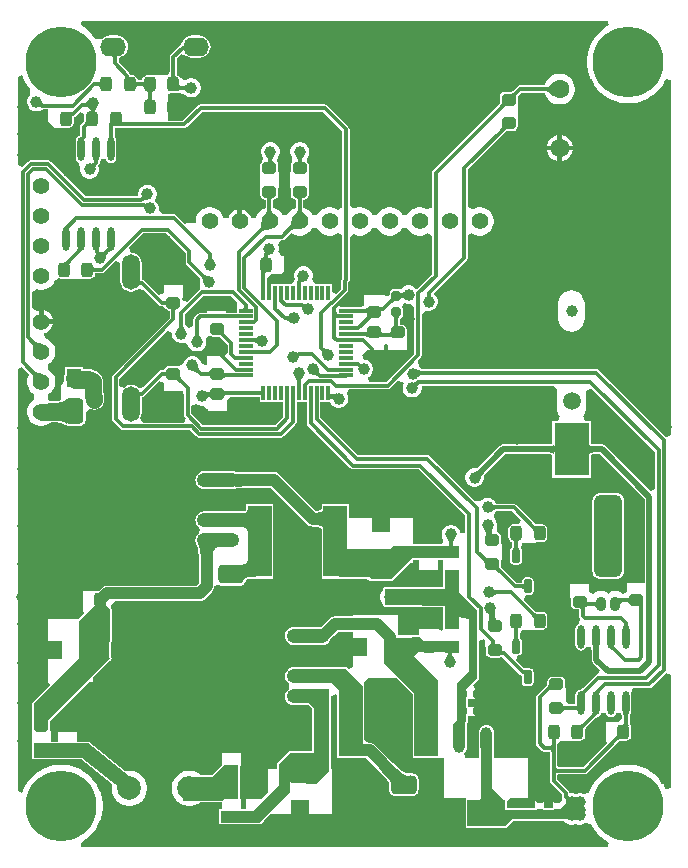
<source format=gtl>
G04*
G04 #@! TF.GenerationSoftware,Altium Limited,Altium Designer,22.3.1 (43)*
G04*
G04 Layer_Physical_Order=1*
G04 Layer_Color=255*
%FSLAX44Y44*%
%MOMM*%
G71*
G04*
G04 #@! TF.SameCoordinates,0660A848-1A26-4927-BFA5-E7A76C088184*
G04*
G04*
G04 #@! TF.FilePolarity,Positive*
G04*
G01*
G75*
%ADD32O,1.5000X3.0000*%
%ADD34O,3.6000X1.2000*%
%ADD35R,1.6000X2.6000*%
%ADD36R,0.3048X1.1938*%
%ADD37R,1.1938X0.3048*%
%ADD40R,2.6000X1.6000*%
G04:AMPARAMS|DCode=41|XSize=0.8mm|YSize=0.8mm|CornerRadius=0.2mm|HoleSize=0mm|Usage=FLASHONLY|Rotation=180.000|XOffset=0mm|YOffset=0mm|HoleType=Round|Shape=RoundedRectangle|*
%AMROUNDEDRECTD41*
21,1,0.8000,0.4000,0,0,180.0*
21,1,0.4000,0.8000,0,0,180.0*
1,1,0.4000,-0.2000,0.2000*
1,1,0.4000,0.2000,0.2000*
1,1,0.4000,0.2000,-0.2000*
1,1,0.4000,-0.2000,-0.2000*
%
%ADD41ROUNDEDRECTD41*%
%ADD42O,0.6000X2.0000*%
%ADD43O,1.0000X2.2000*%
G04:AMPARAMS|DCode=44|XSize=0.8mm|YSize=0.8mm|CornerRadius=0.2mm|HoleSize=0mm|Usage=FLASHONLY|Rotation=90.000|XOffset=0mm|YOffset=0mm|HoleType=Round|Shape=RoundedRectangle|*
%AMROUNDEDRECTD44*
21,1,0.8000,0.4000,0,0,90.0*
21,1,0.4000,0.8000,0,0,90.0*
1,1,0.4000,0.2000,0.2000*
1,1,0.4000,0.2000,-0.2000*
1,1,0.4000,-0.2000,-0.2000*
1,1,0.4000,-0.2000,0.2000*
%
%ADD44ROUNDEDRECTD44*%
G04:AMPARAMS|DCode=45|XSize=2.4mm|YSize=7mm|CornerRadius=0.6mm|HoleSize=0mm|Usage=FLASHONLY|Rotation=0.000|XOffset=0mm|YOffset=0mm|HoleType=Round|Shape=RoundedRectangle|*
%AMROUNDEDRECTD45*
21,1,2.4000,5.8000,0,0,0.0*
21,1,1.2000,7.0000,0,0,0.0*
1,1,1.2000,0.6000,-2.9000*
1,1,1.2000,-0.6000,-2.9000*
1,1,1.2000,-0.6000,2.9000*
1,1,1.2000,0.6000,2.9000*
%
%ADD45ROUNDEDRECTD45*%
%ADD46O,2.2000X1.6000*%
%ADD47R,3.0000X3.0000*%
%ADD48R,3.0000X4.5000*%
%ADD79C,1.6000*%
G04:AMPARAMS|DCode=81|XSize=1mm|YSize=1.2mm|CornerRadius=0.25mm|HoleSize=0mm|Usage=FLASHONLY|Rotation=270.000|XOffset=0mm|YOffset=0mm|HoleType=Round|Shape=RoundedRectangle|*
%AMROUNDEDRECTD81*
21,1,1.0000,0.7000,0,0,270.0*
21,1,0.5000,1.2000,0,0,270.0*
1,1,0.5000,-0.3500,-0.2500*
1,1,0.5000,-0.3500,0.2500*
1,1,0.5000,0.3500,0.2500*
1,1,0.5000,0.3500,-0.2500*
%
%ADD81ROUNDEDRECTD81*%
%ADD82R,1.2000X1.0000*%
%ADD83R,1.2000X1.6000*%
G04:AMPARAMS|DCode=84|XSize=1.6mm|YSize=2.2mm|CornerRadius=0.4mm|HoleSize=0mm|Usage=FLASHONLY|Rotation=0.000|XOffset=0mm|YOffset=0mm|HoleType=Round|Shape=RoundedRectangle|*
%AMROUNDEDRECTD84*
21,1,1.6000,1.4000,0,0,0.0*
21,1,0.8000,2.2000,0,0,0.0*
1,1,0.8000,0.4000,-0.7000*
1,1,0.8000,-0.4000,-0.7000*
1,1,0.8000,-0.4000,0.7000*
1,1,0.8000,0.4000,0.7000*
%
%ADD84ROUNDEDRECTD84*%
G04:AMPARAMS|DCode=85|XSize=1mm|YSize=1.2mm|CornerRadius=0.25mm|HoleSize=0mm|Usage=FLASHONLY|Rotation=0.000|XOffset=0mm|YOffset=0mm|HoleType=Round|Shape=RoundedRectangle|*
%AMROUNDEDRECTD85*
21,1,1.0000,0.7000,0,0,0.0*
21,1,0.5000,1.2000,0,0,0.0*
1,1,0.5000,0.2500,-0.3500*
1,1,0.5000,-0.2500,-0.3500*
1,1,0.5000,-0.2500,0.3500*
1,1,0.5000,0.2500,0.3500*
%
%ADD85ROUNDEDRECTD85*%
G04:AMPARAMS|DCode=86|XSize=0.7mm|YSize=1.2mm|CornerRadius=0.175mm|HoleSize=0mm|Usage=FLASHONLY|Rotation=0.000|XOffset=0mm|YOffset=0mm|HoleType=Round|Shape=RoundedRectangle|*
%AMROUNDEDRECTD86*
21,1,0.7000,0.8500,0,0,0.0*
21,1,0.3500,1.2000,0,0,0.0*
1,1,0.3500,0.1750,-0.4250*
1,1,0.3500,-0.1750,-0.4250*
1,1,0.3500,-0.1750,0.4250*
1,1,0.3500,0.1750,0.4250*
%
%ADD86ROUNDEDRECTD86*%
%ADD87R,2.0000X6.0000*%
%ADD88R,11.0000X9.0000*%
%ADD89R,2.2000X1.6000*%
G04:AMPARAMS|DCode=90|XSize=1.6mm|YSize=2.2mm|CornerRadius=0.4mm|HoleSize=0mm|Usage=FLASHONLY|Rotation=90.000|XOffset=0mm|YOffset=0mm|HoleType=Round|Shape=RoundedRectangle|*
%AMROUNDEDRECTD90*
21,1,1.6000,1.4000,0,0,90.0*
21,1,0.8000,2.2000,0,0,90.0*
1,1,0.8000,0.7000,0.4000*
1,1,0.8000,0.7000,-0.4000*
1,1,0.8000,-0.7000,-0.4000*
1,1,0.8000,-0.7000,0.4000*
%
%ADD90ROUNDEDRECTD90*%
%ADD91R,3.2000X2.2000*%
%ADD92C,0.3000*%
%ADD93C,1.4000*%
%ADD94C,0.5000*%
%ADD95C,1.0000*%
%ADD96C,2.0000*%
%ADD97C,6.0000*%
%ADD98C,1.4000*%
%ADD99O,0.9000X1.2000*%
%ADD100C,1.5000*%
%ADD101C,1.0000*%
%ADD102C,0.8000*%
G36*
X498211Y699141D02*
X498693Y696000D01*
X495513Y694164D01*
X491873Y691371D01*
X488629Y688127D01*
X485836Y684487D01*
X483542Y680513D01*
X481786Y676274D01*
X480599Y671843D01*
X480000Y667294D01*
Y665000D01*
X480000Y662706D01*
X480598Y658157D01*
X481786Y653725D01*
X483542Y649486D01*
X485836Y645513D01*
X488629Y641873D01*
X491873Y638629D01*
X495513Y635836D01*
X499487Y633542D01*
X503726Y631786D01*
X507339Y630818D01*
X508157Y630599D01*
X512706Y630000D01*
X517294D01*
X521843Y630599D01*
X526275Y631786D01*
X530514Y633542D01*
X534487Y635836D01*
X538127Y638629D01*
X541371Y641873D01*
X544164Y645513D01*
X546458Y649487D01*
X547000Y650795D01*
X551000Y649999D01*
Y348868D01*
X549581Y347931D01*
X547000Y347326D01*
X490163Y404163D01*
X489170Y404826D01*
X488000Y405059D01*
X488000Y405059D01*
X339894D01*
X339402Y405912D01*
X337912Y407402D01*
X337844Y407441D01*
X336915Y411697D01*
X337077Y412331D01*
X339163Y414417D01*
X339826Y415409D01*
X340059Y416580D01*
Y451574D01*
X341062Y452619D01*
X344059Y454238D01*
X344947Y454000D01*
X347053D01*
X349088Y454545D01*
X350912Y455598D01*
X352402Y457088D01*
X353455Y458912D01*
X354000Y460947D01*
Y463053D01*
X353455Y465088D01*
X352402Y466912D01*
X350912Y468402D01*
X350774Y469449D01*
X378163Y496837D01*
X378826Y497830D01*
X379059Y499000D01*
X379059Y499000D01*
Y517752D01*
X379287Y518011D01*
X383059Y519738D01*
X383616Y519366D01*
X385800Y518461D01*
X388118Y518000D01*
X390482D01*
X392800Y518461D01*
X394984Y519366D01*
X396950Y520679D01*
X398621Y522351D01*
X399934Y524316D01*
X400839Y526500D01*
X401300Y528818D01*
Y531182D01*
X400839Y533500D01*
X399934Y535684D01*
X398621Y537649D01*
X396950Y539321D01*
X394984Y540634D01*
X392800Y541539D01*
X390482Y542000D01*
X388118D01*
X385800Y541539D01*
X383616Y540634D01*
X383059Y540262D01*
X379287Y541989D01*
X379059Y542248D01*
Y573733D01*
X410006Y604680D01*
X410645Y605280D01*
X411193Y605735D01*
X411684Y606100D01*
X412099Y606365D01*
X412210Y606422D01*
X417500D01*
X419061Y606732D01*
X420384Y607616D01*
X421268Y608939D01*
X421578Y610500D01*
Y614175D01*
X422000Y618000D01*
X422000D01*
Y628000D01*
X422000D01*
X421578Y631825D01*
Y635500D01*
X421482Y635984D01*
X421575Y636119D01*
X422279Y636953D01*
X424267Y638941D01*
X444354D01*
X444500Y638208D01*
X445480Y635842D01*
X446902Y633713D01*
X448713Y631902D01*
X450842Y630480D01*
X453208Y629500D01*
X455720Y629000D01*
X458280D01*
X460792Y629500D01*
X463158Y630480D01*
X465287Y631902D01*
X467098Y633713D01*
X468520Y635842D01*
X469500Y638208D01*
X470000Y640720D01*
Y643280D01*
X469500Y645792D01*
X468520Y648158D01*
X467098Y650287D01*
X465287Y652098D01*
X463158Y653520D01*
X460792Y654500D01*
X458280Y655000D01*
X455720D01*
X453208Y654500D01*
X450842Y653520D01*
X448713Y652098D01*
X446902Y650287D01*
X445480Y648158D01*
X444500Y645792D01*
X444354Y645059D01*
X423000D01*
X421829Y644826D01*
X420837Y644163D01*
X420837Y644163D01*
X417219Y640545D01*
X416922Y640282D01*
X416486Y639936D01*
X416107Y639674D01*
X415940Y639578D01*
X410500D01*
X408939Y639268D01*
X407616Y638384D01*
X406732Y637061D01*
X406422Y635500D01*
Y630500D01*
X406518Y630016D01*
X406425Y629881D01*
X405721Y629047D01*
X349837Y573163D01*
X349174Y572170D01*
X348941Y571000D01*
X348941Y571000D01*
Y542165D01*
X348327Y541539D01*
X344941Y540128D01*
X344184Y540634D01*
X342000Y541539D01*
X339682Y542000D01*
X337318D01*
X335000Y541539D01*
X332816Y540634D01*
X330850Y539321D01*
X329179Y537649D01*
X327988Y535867D01*
X327043Y535684D01*
X324557D01*
X323612Y535867D01*
X322421Y537649D01*
X320750Y539321D01*
X318784Y540634D01*
X316600Y541539D01*
X314282Y542000D01*
X311918D01*
X309600Y541539D01*
X307416Y540634D01*
X305450Y539321D01*
X303779Y537649D01*
X302588Y535867D01*
X301643Y535684D01*
X299157D01*
X298212Y535867D01*
X297021Y537649D01*
X295350Y539321D01*
X293384Y540634D01*
X291200Y541539D01*
X288882Y542000D01*
X286518D01*
X284200Y541539D01*
X283059Y541066D01*
X280192Y542383D01*
X279059Y543469D01*
Y608000D01*
X278826Y609170D01*
X278163Y610163D01*
X278163Y610163D01*
X260163Y628163D01*
X259170Y628826D01*
X258000Y629059D01*
X258000Y629059D01*
X153000D01*
X153000Y629059D01*
X151830Y628826D01*
X150837Y628163D01*
X150837Y628163D01*
X137733Y615059D01*
X125142D01*
X125000Y619000D01*
X125000D01*
Y635000D01*
X125000D01*
X125000Y638000D01*
X127500Y638422D01*
X132500D01*
X134061Y638732D01*
X135042Y638792D01*
X138531Y638204D01*
X138598Y638088D01*
X140088Y636598D01*
X141912Y635545D01*
X143947Y635000D01*
X146053D01*
X148088Y635545D01*
X149912Y636598D01*
X151402Y638088D01*
X152455Y639912D01*
X153000Y641947D01*
Y644053D01*
X152455Y646088D01*
X151402Y647912D01*
X149912Y649402D01*
X148088Y650455D01*
X146053Y651000D01*
X143947D01*
X141912Y650455D01*
X140517Y649649D01*
X140073Y649632D01*
X138762Y649977D01*
X136282Y651055D01*
X136197Y651167D01*
X135384Y652384D01*
X134061Y653268D01*
X133217Y653436D01*
X133197Y653485D01*
X133134Y653733D01*
X133079Y654076D01*
X133059Y654316D01*
Y668215D01*
X136262Y671419D01*
X139225Y671225D01*
X141209Y669702D01*
X143520Y668745D01*
X146000Y668418D01*
X152000D01*
X154480Y668745D01*
X156791Y669702D01*
X158776Y671225D01*
X160298Y673209D01*
X161255Y675520D01*
X161582Y678000D01*
X161255Y680480D01*
X160298Y682791D01*
X158776Y684775D01*
X156791Y686298D01*
X154480Y687255D01*
X152000Y687582D01*
X146000D01*
X143520Y687255D01*
X141209Y686298D01*
X139225Y684775D01*
X137702Y682791D01*
X136744Y680480D01*
X136683Y680011D01*
X136495Y679973D01*
X135502Y679310D01*
X127837Y671645D01*
X127174Y670653D01*
X126941Y669482D01*
X126941Y669482D01*
Y657196D01*
X125000Y654000D01*
X115000D01*
Y654000D01*
X111175Y653578D01*
X107500D01*
X105939Y653268D01*
X104616Y652384D01*
X103732Y651061D01*
X103453Y649657D01*
X102298Y649500D01*
X100702D01*
X99547Y649657D01*
X99268Y651061D01*
X98384Y652384D01*
X97061Y653268D01*
X95500Y653578D01*
X93583D01*
X93376Y654620D01*
X92713Y655613D01*
X92713Y655613D01*
X83630Y664696D01*
X84225Y668711D01*
X84480Y668745D01*
X86791Y669702D01*
X88776Y671225D01*
X90298Y673209D01*
X91256Y675520D01*
X91582Y678000D01*
X91256Y680480D01*
X90298Y682791D01*
X88776Y684775D01*
X86791Y686298D01*
X84480Y687255D01*
X82000Y687582D01*
X76000D01*
X73520Y687255D01*
X71209Y686298D01*
X69225Y684775D01*
X68877Y684323D01*
X64564Y684292D01*
X64167Y684482D01*
X64164Y684487D01*
X61371Y688127D01*
X58127Y691371D01*
X54487Y694164D01*
X51307Y696000D01*
X51790Y699143D01*
X52197Y700000D01*
X497802D01*
X498211Y699141D01*
D02*
G37*
G36*
X82838Y670097D02*
X82583Y669999D01*
X82359Y669839D01*
X82164Y669617D01*
X81999Y669334D01*
X81865Y668989D01*
X81760Y668582D01*
X81685Y668114D01*
X81640Y667584D01*
X81625Y666992D01*
X78625D01*
X78610Y667573D01*
X78565Y668092D01*
X78490Y668549D01*
X78385Y668945D01*
X78250Y669279D01*
X78085Y669551D01*
X77890Y669761D01*
X77665Y669910D01*
X77410Y669997D01*
X77125Y670022D01*
X83122Y670133D01*
X82838Y670097D01*
D02*
G37*
G36*
X131515Y654423D02*
X131560Y653891D01*
X131635Y653422D01*
X131739Y653015D01*
X131874Y652671D01*
X132038Y652389D01*
X132232Y652170D01*
X132456Y652014D01*
X132710Y651920D01*
X132994Y651889D01*
X127006D01*
X127290Y651920D01*
X127544Y652014D01*
X127768Y652170D01*
X127962Y652389D01*
X128126Y652671D01*
X128261Y653015D01*
X128366Y653422D01*
X128440Y653891D01*
X128485Y654423D01*
X128500Y655018D01*
X131500D01*
X131515Y654423D01*
D02*
G37*
G36*
X141429Y639500D02*
X141034Y639880D01*
X140634Y640220D01*
X140228Y640520D01*
X139816Y640780D01*
X139399Y641000D01*
X138977Y641180D01*
X138548Y641320D01*
X138115Y641420D01*
X137675Y641480D01*
X137452Y641490D01*
X137335Y641487D01*
X136875Y641447D01*
X136423Y641381D01*
X135978Y641288D01*
X135541Y641168D01*
X135110Y641023D01*
X134688Y640850D01*
X134272Y640651D01*
X133864Y640426D01*
X133464Y640174D01*
X134987Y646000D01*
X134947Y645715D01*
X134983Y645460D01*
X135095Y645235D01*
X135284Y645040D01*
X135549Y644875D01*
X135890Y644740D01*
X136308Y644635D01*
X136801Y644560D01*
X137372Y644515D01*
X137499Y644512D01*
X137675Y644520D01*
X138115Y644580D01*
X138548Y644680D01*
X138977Y644820D01*
X139399Y645000D01*
X139816Y645220D01*
X140228Y645480D01*
X140634Y645780D01*
X141034Y646120D01*
X141429Y646500D01*
Y639500D01*
D02*
G37*
G36*
X105013Y643000D02*
X104982Y643285D01*
X104891Y643540D01*
X104740Y643765D01*
X104528Y643960D01*
X104255Y644125D01*
X103922Y644260D01*
X103528Y644365D01*
X103073Y644440D01*
X102558Y644485D01*
X101982Y644500D01*
Y647500D01*
X102558Y647515D01*
X103073Y647560D01*
X103528Y647635D01*
X103922Y647740D01*
X104255Y647875D01*
X104528Y648040D01*
X104740Y648235D01*
X104891Y648460D01*
X104982Y648715D01*
X105013Y649000D01*
Y643000D01*
D02*
G37*
G36*
X98018Y648715D02*
X98109Y648460D01*
X98260Y648235D01*
X98472Y648040D01*
X98745Y647875D01*
X99078Y647740D01*
X99472Y647635D01*
X99927Y647560D01*
X100442Y647515D01*
X101018Y647500D01*
Y644500D01*
X100442Y644485D01*
X99927Y644440D01*
X99472Y644365D01*
X99078Y644260D01*
X98745Y644125D01*
X98472Y643960D01*
X98260Y643765D01*
X98109Y643540D01*
X98018Y643285D01*
X97987Y643000D01*
Y649000D01*
X98018Y648715D01*
D02*
G37*
G36*
X68013Y643000D02*
X67982Y643285D01*
X67891Y643540D01*
X67740Y643765D01*
X67528Y643960D01*
X67255Y644125D01*
X66922Y644260D01*
X66528Y644365D01*
X66073Y644440D01*
X65558Y644485D01*
X64982Y644500D01*
Y647500D01*
X65558Y647515D01*
X66073Y647560D01*
X66528Y647635D01*
X66922Y647740D01*
X67255Y647875D01*
X67528Y648040D01*
X67740Y648235D01*
X67891Y648460D01*
X67982Y648715D01*
X68013Y649000D01*
Y643000D01*
D02*
G37*
G36*
X421851Y638730D02*
X421264Y638122D01*
X420357Y637048D01*
X420037Y636581D01*
X419807Y636162D01*
X419665Y635791D01*
X419612Y635466D01*
X419648Y635188D01*
X419773Y634958D01*
X419987Y634775D01*
X414775Y637987D01*
X415051Y637865D01*
X415359Y637818D01*
X415700Y637846D01*
X416075Y637949D01*
X416483Y638127D01*
X416924Y638379D01*
X417397Y638707D01*
X417905Y639109D01*
X418445Y639587D01*
X419018Y640139D01*
X421851Y638730D01*
D02*
G37*
G36*
X112994Y640111D02*
X112710Y640080D01*
X112456Y639986D01*
X112232Y639830D01*
X112038Y639611D01*
X111874Y639329D01*
X111739Y638985D01*
X111634Y638578D01*
X111560Y638109D01*
X111515Y637577D01*
X111500Y636982D01*
X108500D01*
X108485Y637577D01*
X108440Y638109D01*
X108365Y638578D01*
X108261Y638985D01*
X108126Y639329D01*
X107962Y639611D01*
X107768Y639830D01*
X107544Y639986D01*
X107290Y640080D01*
X107006Y640111D01*
X112994Y640111D01*
D02*
G37*
G36*
X451287Y636400D02*
X450494Y637179D01*
X448974Y638491D01*
X448247Y639024D01*
X447541Y639475D01*
X446858Y639844D01*
X446196Y640131D01*
X445556Y640336D01*
X444938Y640459D01*
X444342Y640500D01*
Y643500D01*
X444938Y643541D01*
X445556Y643664D01*
X446196Y643869D01*
X446858Y644156D01*
X447541Y644525D01*
X448247Y644976D01*
X448974Y645509D01*
X449723Y646124D01*
X451287Y647600D01*
Y636400D01*
D02*
G37*
G36*
X111515Y635423D02*
X111560Y634891D01*
X111634Y634422D01*
X111739Y634015D01*
X111874Y633671D01*
X112038Y633389D01*
X112232Y633170D01*
X112456Y633014D01*
X112710Y632920D01*
X112994Y632888D01*
X107006D01*
X107290Y632920D01*
X107544Y633014D01*
X107768Y633170D01*
X107962Y633389D01*
X108126Y633671D01*
X108261Y634015D01*
X108365Y634422D01*
X108440Y634891D01*
X108485Y635423D01*
X108500Y636018D01*
X111500D01*
X111515Y635423D01*
D02*
G37*
G36*
X413225Y628013D02*
X412942Y628127D01*
X412612Y628153D01*
X412234Y628089D01*
X411809Y627935D01*
X411336Y627692D01*
X410816Y627360D01*
X410248Y626938D01*
X409632Y626427D01*
X408258Y625137D01*
X406149Y627270D01*
X406736Y627878D01*
X407643Y628952D01*
X407963Y629418D01*
X408194Y629838D01*
X408335Y630209D01*
X408388Y630534D01*
X408352Y630812D01*
X408227Y631042D01*
X408013Y631225D01*
X413225Y628013D01*
D02*
G37*
G36*
X59214Y626691D02*
X65125Y626097D01*
X64721Y625751D01*
X64360Y625393D01*
X64041Y625023D01*
X63765Y624641D01*
X63531Y624247D01*
X63340Y623842D01*
X63313Y623766D01*
X63371Y623613D01*
X63534Y623320D01*
X63727Y623090D01*
X63949Y622923D01*
X64201Y622818D01*
X64483Y622776D01*
X63061Y622827D01*
X63021Y622554D01*
X63000Y622101D01*
X60000Y622417D01*
X59982Y622853D01*
X59971Y622935D01*
X58500Y622987D01*
X58785Y623008D01*
X59040Y623092D01*
X59265Y623238D01*
X59460Y623447D01*
X59625Y623719D01*
X59747Y624021D01*
X59706Y624162D01*
X59540Y624600D01*
X59338Y625038D01*
X59099Y625477D01*
X58823Y625916D01*
X58696Y626095D01*
X58000Y626431D01*
X57523Y626624D01*
X56600Y626922D01*
X56155Y627027D01*
X55721Y627101D01*
X55297Y627146D01*
X54884Y627161D01*
X54003Y630161D01*
X54466Y630183D01*
X54907Y630251D01*
X55326Y630364D01*
X55722Y630521D01*
X56095Y630724D01*
X56446Y630972D01*
X56774Y631266D01*
X57079Y631604D01*
X57362Y631987D01*
X57622Y632416D01*
X59214Y626691D01*
D02*
G37*
G36*
X76055Y612664D02*
X76174Y612536D01*
X80050Y611013D01*
X79765Y611088D01*
X79510Y611080D01*
X79285Y610988D01*
X79090Y610811D01*
X78925Y610550D01*
X78790Y610205D01*
X78685Y609775D01*
X78610Y609262D01*
X78565Y608664D01*
X78550Y607982D01*
X75550Y608499D01*
X75556Y609434D01*
X75775Y612338D01*
X75856Y612565D01*
X75949Y612674D01*
X76055Y612664D01*
D02*
G37*
G36*
X59225Y611013D02*
X59042Y611227D01*
X58811Y611352D01*
X58534Y611388D01*
X58209Y611335D01*
X57838Y611194D01*
X57418Y610963D01*
X56952Y610643D01*
X56439Y610234D01*
X55878Y609736D01*
X55270Y609149D01*
X53137Y611258D01*
X53827Y611969D01*
X54938Y613248D01*
X55360Y613816D01*
X55692Y614336D01*
X55935Y614809D01*
X56089Y615234D01*
X56153Y615612D01*
X56127Y615942D01*
X56013Y616225D01*
X59225Y611013D01*
D02*
G37*
G36*
X413225Y608013D02*
X412942Y608127D01*
X412612Y608153D01*
X412234Y608089D01*
X411809Y607935D01*
X411336Y607692D01*
X410816Y607360D01*
X410248Y606938D01*
X409632Y606427D01*
X408258Y605137D01*
X406149Y607270D01*
X406736Y607878D01*
X407643Y608952D01*
X407963Y609418D01*
X408194Y609837D01*
X408335Y610209D01*
X408388Y610534D01*
X408352Y610812D01*
X408227Y611042D01*
X408013Y611225D01*
X413225Y608013D01*
D02*
G37*
G36*
X78559Y603073D02*
X78646Y602105D01*
X78723Y601658D01*
X78822Y601236D01*
X78942Y600839D01*
X79085Y600466D01*
X79249Y600119D01*
X79436Y599796D01*
X79644Y599498D01*
X74456D01*
X74665Y599796D01*
X74851Y600119D01*
X75015Y600466D01*
X75158Y600839D01*
X75278Y601236D01*
X75377Y601658D01*
X75454Y602105D01*
X75509Y602576D01*
X75553Y603594D01*
X78548D01*
X78559Y603073D01*
D02*
G37*
G36*
X240120Y585034D02*
X239780Y584634D01*
X239480Y584228D01*
X239220Y583816D01*
X239000Y583399D01*
X238820Y582977D01*
X238680Y582548D01*
X238580Y582115D01*
X238558Y581952D01*
X238560Y581927D01*
X238635Y581472D01*
X238740Y581078D01*
X238875Y580745D01*
X239040Y580472D01*
X239235Y580260D01*
X239460Y580109D01*
X239715Y580018D01*
X240000Y579987D01*
X234000D01*
X234285Y580018D01*
X234540Y580109D01*
X234765Y580260D01*
X234960Y580472D01*
X235125Y580745D01*
X235260Y581078D01*
X235365Y581472D01*
X235440Y581927D01*
X235442Y581952D01*
X235420Y582115D01*
X235320Y582548D01*
X235180Y582977D01*
X235000Y583399D01*
X234780Y583816D01*
X234520Y584228D01*
X234220Y584634D01*
X233880Y585034D01*
X233500Y585429D01*
X240500D01*
X240120Y585034D01*
D02*
G37*
G36*
X215120D02*
X214780Y584634D01*
X214480Y584228D01*
X214220Y583816D01*
X214000Y583399D01*
X213820Y582977D01*
X213680Y582548D01*
X213580Y582115D01*
X213556Y581941D01*
X213560Y581899D01*
X213634Y581432D01*
X213739Y581027D01*
X213874Y580683D01*
X214038Y580401D01*
X214232Y580181D01*
X214456Y580022D01*
X214710Y579924D01*
X214994Y579888D01*
X209000Y579987D01*
X209285Y580013D01*
X209540Y580101D01*
X209765Y580250D01*
X209960Y580460D01*
X210125Y580733D01*
X210260Y581067D01*
X210365Y581462D01*
X210440Y581919D01*
X210443Y581949D01*
X210420Y582115D01*
X210320Y582548D01*
X210180Y582977D01*
X210000Y583399D01*
X209780Y583816D01*
X209520Y584228D01*
X209220Y584634D01*
X208880Y585034D01*
X208500Y585429D01*
X215500D01*
X215120Y585034D01*
D02*
G37*
G36*
X65960Y581529D02*
X65936Y581463D01*
X65916Y581353D01*
X65898Y581199D01*
X65870Y580759D01*
X65848Y579350D01*
X64350D01*
X65411Y578289D01*
X65085Y577943D01*
X64799Y577593D01*
X64553Y577242D01*
X64347Y576888D01*
X64181Y576531D01*
X64055Y576173D01*
X63968Y575812D01*
X63922Y575448D01*
X63915Y575083D01*
X63949Y574715D01*
X59715Y578949D01*
X60083Y578915D01*
X60448Y578922D01*
X60812Y578968D01*
X61173Y579055D01*
X61531Y579181D01*
X61888Y579347D01*
X62242Y579553D01*
X62593Y579799D01*
X62837Y579998D01*
X62740Y581529D01*
X62714Y581551D01*
X65986D01*
X65960Y581529D01*
D02*
G37*
G36*
X3542Y649486D02*
X5836Y645513D01*
X8629Y641873D01*
X8704Y641798D01*
X8862Y639983D01*
X8266Y636579D01*
X7598Y635912D01*
X6545Y634088D01*
X6000Y632053D01*
Y629947D01*
X6545Y627912D01*
X7598Y626088D01*
X9088Y624598D01*
X10912Y623545D01*
X12947Y623000D01*
X15053D01*
X17088Y623545D01*
X18912Y624598D01*
X19255Y624941D01*
X24000D01*
Y614989D01*
X24065Y614809D01*
X24308Y614336D01*
X24640Y613816D01*
X25062Y613248D01*
X25573Y612632D01*
X26863Y611258D01*
X24729Y609149D01*
X24122Y609736D01*
X24000Y609839D01*
Y609000D01*
X34000D01*
Y609000D01*
X37825Y609422D01*
X41500D01*
X43061Y609732D01*
X44384Y610616D01*
X45268Y611939D01*
X45578Y613500D01*
Y617941D01*
X46159Y618057D01*
X47151Y618720D01*
X50694Y622262D01*
X54049Y620676D01*
X54422Y620333D01*
Y615210D01*
X54365Y615099D01*
X54100Y614684D01*
X53745Y614207D01*
X52845Y613171D01*
X51837Y612163D01*
X51174Y611171D01*
X50941Y610000D01*
X50941Y610000D01*
Y602447D01*
X49894Y602239D01*
X48406Y601244D01*
X47411Y599756D01*
X47062Y598000D01*
Y584000D01*
X47411Y582244D01*
X48406Y580756D01*
X49894Y579761D01*
X51131Y575541D01*
X51000Y575053D01*
Y572947D01*
X51545Y570912D01*
X52598Y569088D01*
X54088Y567598D01*
X55912Y566545D01*
X57947Y566000D01*
X60053D01*
X62088Y566545D01*
X63912Y567598D01*
X65402Y569088D01*
X66455Y570912D01*
X67000Y572947D01*
Y575053D01*
X66455Y577088D01*
X66440Y577114D01*
X66513Y577187D01*
X66513Y577187D01*
X67176Y578180D01*
X67409Y579350D01*
Y580632D01*
X67594Y580756D01*
X68589Y582244D01*
X68661Y582606D01*
X72739D01*
X72811Y582244D01*
X73806Y580756D01*
X75294Y579761D01*
X77050Y579412D01*
X78806Y579761D01*
X80294Y580756D01*
X81289Y582244D01*
X81638Y584000D01*
Y598000D01*
X81289Y599756D01*
X80939Y600280D01*
X80898Y600374D01*
X80727Y600617D01*
X80605Y600829D01*
X80492Y601067D01*
X80390Y601335D01*
X80300Y601633D01*
X80223Y601962D01*
X80164Y602304D01*
X80109Y602912D01*
Y608798D01*
X80131Y609094D01*
X80179Y609422D01*
X83500D01*
X84320Y609585D01*
X84537Y609542D01*
X85087Y609174D01*
X86257Y608941D01*
X139000D01*
X139000Y608941D01*
X140170Y609174D01*
X141163Y609837D01*
X154267Y622941D01*
X256733D01*
X272941Y606733D01*
Y541986D01*
X271989Y541138D01*
X268941Y539995D01*
X267984Y540634D01*
X265800Y541539D01*
X263482Y542000D01*
X261118D01*
X258800Y541539D01*
X256616Y540634D01*
X254650Y539321D01*
X252979Y537649D01*
X251788Y535867D01*
X250843Y535684D01*
X248357D01*
X247412Y535867D01*
X246221Y537649D01*
X244550Y539321D01*
X242584Y540634D01*
X240400Y541539D01*
X240059Y541607D01*
Y547656D01*
X240079Y547882D01*
X240132Y548205D01*
X240189Y548422D01*
X240500D01*
X242061Y548732D01*
X243384Y549616D01*
X244268Y550939D01*
X244578Y552500D01*
Y556175D01*
X245000Y560000D01*
X245000D01*
Y570000D01*
X245000D01*
X244578Y573825D01*
Y577500D01*
X244268Y579061D01*
X244076Y579348D01*
X243384Y580388D01*
X243401Y583995D01*
X243705Y584614D01*
X244455Y585912D01*
X245000Y587947D01*
Y590053D01*
X244455Y592088D01*
X243402Y593912D01*
X241912Y595402D01*
X240088Y596455D01*
X238053Y597000D01*
X235947D01*
X233912Y596455D01*
X232088Y595402D01*
X230598Y593912D01*
X229545Y592088D01*
X229000Y590053D01*
Y587947D01*
X229545Y585912D01*
X230295Y584614D01*
X230599Y583995D01*
X230616Y580388D01*
X229924Y579348D01*
X229732Y579061D01*
X229422Y577500D01*
Y573825D01*
X229000Y570000D01*
X229000D01*
Y560000D01*
X229000D01*
X229422Y556175D01*
Y552500D01*
X229732Y550939D01*
X230616Y549616D01*
X231939Y548732D01*
X233500Y548422D01*
X233811D01*
X233868Y548205D01*
X233922Y547882D01*
X233941Y547656D01*
Y541646D01*
X233400Y541539D01*
X231216Y540634D01*
X229251Y539321D01*
X227579Y537649D01*
X226388Y535867D01*
X225443Y535684D01*
X222957D01*
X222012Y535867D01*
X220821Y537649D01*
X219149Y539321D01*
X217184Y540634D01*
X215000Y541539D01*
X214059Y541726D01*
Y547656D01*
X214079Y547882D01*
X214132Y548205D01*
X214189Y548422D01*
X214500D01*
X216061Y548732D01*
X217384Y549616D01*
X218268Y550939D01*
X218578Y552500D01*
Y556175D01*
X219000Y560000D01*
X219000D01*
Y570000D01*
X219000D01*
X218578Y573825D01*
Y577500D01*
X218268Y579061D01*
X217541Y580957D01*
X218402Y584088D01*
X219455Y585912D01*
X220000Y587947D01*
Y590053D01*
X219455Y592088D01*
X218402Y593912D01*
X216912Y595402D01*
X215088Y596455D01*
X213053Y597000D01*
X210947D01*
X208912Y596455D01*
X207088Y595402D01*
X205598Y593912D01*
X204545Y592088D01*
X204000Y590053D01*
Y587947D01*
X204545Y585912D01*
X205016Y585096D01*
X205421Y583418D01*
X204616Y580384D01*
X203732Y579061D01*
X203422Y577500D01*
Y573825D01*
X203000Y570000D01*
X203000D01*
Y560000D01*
X203000D01*
X203422Y556175D01*
Y552500D01*
X203732Y550939D01*
X204616Y549616D01*
X205939Y548732D01*
X207500Y548422D01*
X207810D01*
X207868Y548205D01*
X207922Y547882D01*
X207941Y547656D01*
Y541515D01*
X205816Y540634D01*
X203850Y539321D01*
X202179Y537649D01*
X200866Y535684D01*
X199961Y533500D01*
X199831Y532846D01*
X195726Y532712D01*
X195418Y533860D01*
X194102Y536140D01*
X192240Y538002D01*
X189960Y539319D01*
X188100Y539817D01*
Y530000D01*
X184100D01*
Y539817D01*
X182240Y539319D01*
X179960Y538002D01*
X178098Y536140D01*
X176782Y533860D01*
X176474Y532712D01*
X172369Y532846D01*
X172239Y533500D01*
X171334Y535684D01*
X170021Y537649D01*
X168349Y539321D01*
X166384Y540634D01*
X164200Y541539D01*
X161882Y542000D01*
X159518D01*
X157200Y541539D01*
X155016Y540634D01*
X153050Y539321D01*
X151379Y537649D01*
X150066Y535684D01*
X149161Y533500D01*
X148700Y531182D01*
Y529000D01*
X141000D01*
X139845Y527845D01*
X132527Y535163D01*
X131535Y535826D01*
X130364Y536059D01*
X130364Y536059D01*
X120684D01*
X120293Y536267D01*
X117746Y539947D01*
Y542053D01*
X117201Y544088D01*
X116148Y545912D01*
X114658Y547402D01*
X115455Y549912D01*
X116000Y551947D01*
Y554053D01*
X115455Y556088D01*
X114402Y557912D01*
X112912Y559402D01*
X111088Y560455D01*
X109053Y561000D01*
X106947D01*
X104912Y560455D01*
X103088Y559402D01*
X101598Y557912D01*
X100545Y556088D01*
X100000Y554053D01*
Y551947D01*
X99341Y551087D01*
X55602D01*
X26027Y580663D01*
X25034Y581326D01*
X23864Y581559D01*
X23864Y581559D01*
X9136D01*
X7965Y581326D01*
X6973Y580663D01*
X6973Y580663D01*
X2000Y575690D01*
X-2000Y577347D01*
Y652589D01*
X1786Y653725D01*
X3542Y649486D01*
D02*
G37*
G36*
X106634Y548190D02*
X106380Y548242D01*
X106120Y548255D01*
X105853Y548230D01*
X105580Y548166D01*
X105300Y548063D01*
X105014Y547921D01*
X104721Y547741D01*
X104422Y547522D01*
X104116Y547264D01*
X103803Y546968D01*
X101682Y549089D01*
X101996Y549419D01*
X102272Y549740D01*
X102509Y550053D01*
X102708Y550359D01*
X102868Y550657D01*
X102991Y550947D01*
X103074Y551229D01*
X103120Y551503D01*
X103127Y551769D01*
X103096Y552027D01*
X106634Y548190D01*
D02*
G37*
G36*
X239715Y549982D02*
X239460Y549891D01*
X239235Y549740D01*
X239040Y549528D01*
X238875Y549255D01*
X238740Y548922D01*
X238635Y548528D01*
X238560Y548073D01*
X238515Y547558D01*
X238500Y546982D01*
X235500D01*
X235485Y547558D01*
X235440Y548073D01*
X235365Y548528D01*
X235260Y548922D01*
X235125Y549255D01*
X234960Y549528D01*
X234765Y549740D01*
X234540Y549891D01*
X234285Y549982D01*
X234000Y550013D01*
X240000D01*
X239715Y549982D01*
D02*
G37*
G36*
X213715D02*
X213460Y549891D01*
X213235Y549740D01*
X213040Y549528D01*
X212875Y549255D01*
X212740Y548922D01*
X212635Y548528D01*
X212560Y548073D01*
X212515Y547558D01*
X212500Y546982D01*
X209500D01*
X209485Y547558D01*
X209440Y548073D01*
X209365Y548528D01*
X209260Y548922D01*
X209125Y549255D01*
X208960Y549528D01*
X208765Y549740D01*
X208540Y549891D01*
X208285Y549982D01*
X208000Y550013D01*
X214000D01*
X213715Y549982D01*
D02*
G37*
G36*
X238500Y541015D02*
X238534Y540470D01*
X238635Y539912D01*
X238803Y539339D01*
X239039Y538751D01*
X239343Y538150D01*
X239713Y537534D01*
X240152Y536904D01*
X240657Y536260D01*
X241871Y534929D01*
X232072Y535069D01*
X232723Y535716D01*
X233820Y536979D01*
X234266Y537594D01*
X234643Y538199D01*
X234951Y538792D01*
X235191Y539375D01*
X235363Y539947D01*
X235466Y540508D01*
X235500Y541059D01*
X238500Y541015D01*
D02*
G37*
G36*
X212535Y540567D02*
X212641Y540002D01*
X212818Y539433D01*
X213065Y538860D01*
X213383Y538283D01*
X213771Y537702D01*
X214230Y537116D01*
X214760Y536527D01*
X215360Y535934D01*
X216030Y535336D01*
X206255Y534636D01*
X206872Y535360D01*
X207910Y536742D01*
X208332Y537402D01*
X208689Y538039D01*
X208981Y538656D01*
X209208Y539251D01*
X209370Y539825D01*
X209468Y540377D01*
X209500Y540908D01*
X212500Y541128D01*
X212535Y540567D01*
D02*
G37*
G36*
X235488Y523144D02*
X234644Y523293D01*
X233846Y523382D01*
X233093Y523413D01*
X232386Y523384D01*
X231724Y523297D01*
X231107Y523150D01*
X230535Y522944D01*
X230009Y522679D01*
X229528Y522354D01*
X229092Y521971D01*
X227397Y524518D01*
X227725Y524888D01*
X228039Y525326D01*
X228338Y525832D01*
X228622Y526405D01*
X228892Y527047D01*
X229146Y527757D01*
X229611Y529380D01*
X229822Y530293D01*
X230017Y531275D01*
X235488Y523144D01*
D02*
G37*
G36*
X43189Y526239D02*
X42662Y525691D01*
X41867Y524728D01*
X41599Y524313D01*
X41418Y523944D01*
X41324Y523619D01*
X41316Y523338D01*
X41396Y523102D01*
X41561Y522911D01*
X41814Y522765D01*
X37452Y524594D01*
X37440Y524610D01*
X37505Y524700D01*
X37647Y524863D01*
X39505Y526788D01*
X40786Y528075D01*
X43189Y526239D01*
D02*
G37*
G36*
X211430Y523000D02*
X210506Y522990D01*
X208830Y522852D01*
X208077Y522725D01*
X207381Y522558D01*
X206742Y522352D01*
X206160Y522106D01*
X205635Y521822D01*
X205167Y521498D01*
X204756Y521135D01*
X202635Y523256D01*
X202998Y523667D01*
X203322Y524135D01*
X203606Y524660D01*
X203852Y525242D01*
X204058Y525881D01*
X204225Y526577D01*
X204352Y527330D01*
X204441Y528140D01*
X204500Y529930D01*
X211430Y523000D01*
D02*
G37*
G36*
X302588Y524133D02*
X303779Y522351D01*
X305450Y520679D01*
X307416Y519366D01*
X309600Y518461D01*
X311918Y518000D01*
X314282D01*
X316600Y518461D01*
X318784Y519366D01*
X320750Y520679D01*
X322421Y522351D01*
X323612Y524133D01*
X324557Y524316D01*
X327043D01*
X327988Y524133D01*
X329179Y522351D01*
X330850Y520679D01*
X332816Y519366D01*
X335000Y518461D01*
X337318Y518000D01*
X339682D01*
X342000Y518461D01*
X344184Y519366D01*
X344941Y519872D01*
X348327Y518461D01*
X348941Y517835D01*
Y485267D01*
X336449Y472774D01*
X335402Y472912D01*
X333912Y474402D01*
X332088Y475455D01*
X330053Y476000D01*
X327947D01*
X325912Y475455D01*
X324088Y474402D01*
X322598Y472912D01*
X322280Y472360D01*
X322008Y472297D01*
X320642Y472569D01*
X316642D01*
X315277Y472297D01*
X314119Y471523D01*
X313345Y470366D01*
X313074Y469000D01*
Y467512D01*
X311642Y466376D01*
X307642Y468000D01*
Y468000D01*
X291642D01*
Y458000D01*
X287825Y457559D01*
X276142D01*
X275967Y457524D01*
X270884D01*
X269228Y461524D01*
X277163Y469459D01*
X277163Y469459D01*
X277826Y470452D01*
X278059Y471622D01*
Y478047D01*
X278163Y478151D01*
X278826Y479143D01*
X279059Y480314D01*
X279059Y480314D01*
Y516531D01*
X280192Y517617D01*
X283059Y518934D01*
X284200Y518461D01*
X286518Y518000D01*
X288882D01*
X291200Y518461D01*
X293384Y519366D01*
X295350Y520679D01*
X297021Y522351D01*
X298212Y524133D01*
X299157Y524316D01*
X301643D01*
X302588Y524133D01*
D02*
G37*
G36*
X251788D02*
X252979Y522351D01*
X254650Y520679D01*
X256616Y519366D01*
X258800Y518461D01*
X261118Y518000D01*
X263482D01*
X265800Y518461D01*
X267984Y519366D01*
X268941Y520005D01*
X271989Y518862D01*
X272941Y518014D01*
Y481581D01*
X272837Y481477D01*
X272174Y480484D01*
X271941Y479314D01*
X271941Y479314D01*
Y472889D01*
X267862Y468810D01*
X264166Y470340D01*
Y476969D01*
X249711D01*
X247455Y480912D01*
X248000Y482947D01*
Y485053D01*
X247455Y487088D01*
X246402Y488912D01*
X244912Y490402D01*
X243088Y491455D01*
X241053Y492000D01*
X238947D01*
X236912Y491455D01*
X235088Y490402D01*
X233598Y488912D01*
X232545Y487088D01*
X232000Y485053D01*
Y482947D01*
X232545Y480912D01*
X230973Y477581D01*
X229848Y476969D01*
X213118D01*
Y476969D01*
X209201Y477169D01*
Y481455D01*
X209827Y482734D01*
X213020Y485069D01*
X213642Y485000D01*
Y485000D01*
X223116D01*
X222192Y485671D01*
X222755Y486255D01*
X223605Y487273D01*
X223642Y487329D01*
Y501000D01*
X221392D01*
X220302Y502080D01*
X218746Y505000D01*
X219000Y505947D01*
Y508053D01*
X218494Y509941D01*
X218457Y510091D01*
X220828Y513941D01*
X222000D01*
X222000Y513941D01*
X223171Y514174D01*
X224163Y514837D01*
X229703Y520377D01*
X231216Y519366D01*
X233400Y518461D01*
X235718Y518000D01*
X238082D01*
X240400Y518461D01*
X242584Y519366D01*
X244550Y520679D01*
X246221Y522351D01*
X247412Y524133D01*
X248357Y524316D01*
X250843D01*
X251788Y524133D01*
D02*
G37*
G36*
X77825Y505107D02*
X77457Y505042D01*
X77088Y504945D01*
X76719Y504815D01*
X76350Y504654D01*
X75979Y504459D01*
X75609Y504232D01*
X75237Y503973D01*
X74866Y503680D01*
X74348Y503207D01*
X74254Y503105D01*
X73986Y502752D01*
X73750Y502374D01*
X73546Y501972D01*
X73375Y501546D01*
X73235Y501096D01*
X73128Y500621D01*
X73053Y500121D01*
X73010Y499598D01*
X73000Y499050D01*
X68050Y504000D01*
X68598Y504010D01*
X69121Y504053D01*
X69621Y504128D01*
X70096Y504235D01*
X70546Y504375D01*
X70972Y504546D01*
X71374Y504750D01*
X71751Y504986D01*
X72105Y505254D01*
X72312Y505444D01*
X72597Y505740D01*
X73492Y506802D01*
X73818Y507274D01*
X74064Y507708D01*
X74230Y508104D01*
X74314Y508460D01*
X74319Y508778D01*
X74242Y509057D01*
X74085Y509297D01*
X77825Y505107D01*
D02*
G37*
G36*
X209515Y501428D02*
X209560Y500902D01*
X209635Y500440D01*
X209740Y500042D01*
X209875Y499707D01*
X210040Y499435D01*
X210235Y499228D01*
X210460Y499084D01*
X210715Y499004D01*
X211000Y498987D01*
X205017Y498681D01*
X205299Y498728D01*
X205551Y498839D01*
X205773Y499014D01*
X205966Y499252D01*
X206129Y499553D01*
X206263Y499919D01*
X206367Y500348D01*
X206441Y500841D01*
X206485Y501398D01*
X206500Y502018D01*
X209500D01*
X209515Y501428D01*
D02*
G37*
G36*
X162520Y500272D02*
X162580Y499832D01*
X162680Y499398D01*
X162820Y498970D01*
X163000Y498547D01*
X163220Y498130D01*
X163480Y497719D01*
X163780Y497313D01*
X164120Y496912D01*
X164500Y496517D01*
X157500D01*
X157880Y496912D01*
X158220Y497313D01*
X158520Y497719D01*
X158780Y498130D01*
X159000Y498547D01*
X159180Y498970D01*
X159320Y499398D01*
X159420Y499832D01*
X159480Y500272D01*
X159500Y500717D01*
X162500D01*
X162520Y500272D01*
D02*
G37*
G36*
X43450Y496329D02*
X42888Y495745D01*
X42037Y494727D01*
X41749Y494292D01*
X41552Y493907D01*
X41447Y493571D01*
X41434Y493285D01*
X41512Y493048D01*
X41681Y492861D01*
X41942Y492724D01*
X35775Y494987D01*
X36103Y494918D01*
X36473Y494933D01*
X36887Y495033D01*
X37344Y495218D01*
X37844Y495488D01*
X38388Y495844D01*
X38974Y496284D01*
X40277Y497419D01*
X40993Y498114D01*
X43450Y496329D01*
D02*
G37*
G36*
X209142Y487012D02*
X208857Y487060D01*
X208602Y487029D01*
X208377Y486920D01*
X208182Y486734D01*
X208017Y486469D01*
X207882Y486128D01*
X207777Y485708D01*
X207702Y485210D01*
X207657Y484635D01*
X207642Y483982D01*
X204642Y484532D01*
X204634Y485070D01*
X204510Y486501D01*
X204436Y486917D01*
X204345Y487302D01*
X204237Y487657D01*
X204113Y487981D01*
X203973Y488274D01*
X203816Y488536D01*
X209142Y487012D01*
D02*
G37*
G36*
X62018Y491715D02*
X62109Y491460D01*
X62260Y491235D01*
X62472Y491040D01*
X62745Y490875D01*
X63078Y490740D01*
X63472Y490635D01*
X63927Y490560D01*
X64442Y490515D01*
X65018Y490500D01*
Y487500D01*
X64442Y487485D01*
X63927Y487440D01*
X63472Y487365D01*
X63078Y487260D01*
X62745Y487125D01*
X62472Y486960D01*
X62260Y486765D01*
X62109Y486540D01*
X62018Y486285D01*
X61987Y486000D01*
Y492000D01*
X62018Y491715D01*
D02*
G37*
G36*
X84942Y494645D02*
X84922Y494500D01*
Y479500D01*
X85232Y477150D01*
X86138Y474961D01*
X87581Y473081D01*
X89461Y471638D01*
X91650Y470732D01*
X94000Y470422D01*
X96349Y470732D01*
X98539Y471638D01*
X100419Y473081D01*
X104650Y472024D01*
X117837Y458837D01*
X118829Y458174D01*
X120000Y457941D01*
X122732Y456939D01*
X123616Y455616D01*
X124939Y454732D01*
X126500Y454422D01*
X126811D01*
X126868Y454206D01*
X126922Y453882D01*
X126941Y453656D01*
Y448267D01*
X78837Y400163D01*
X78174Y399170D01*
X77941Y398000D01*
X77941Y398000D01*
Y362757D01*
X77941Y362757D01*
X78174Y361587D01*
X78837Y360594D01*
X85216Y354216D01*
X86208Y353553D01*
X87379Y353320D01*
X87379Y353320D01*
X143990D01*
X149473Y347837D01*
X150465Y347174D01*
X151636Y346941D01*
X151636Y346941D01*
X221000D01*
X221000Y346941D01*
X222171Y347174D01*
X223163Y347837D01*
X233281Y357955D01*
X233281Y357955D01*
X233944Y358948D01*
X234177Y360118D01*
X234177Y360118D01*
Y377031D01*
X243083D01*
Y358858D01*
X243083Y358858D01*
X243316Y357687D01*
X243979Y356695D01*
X279837Y320837D01*
X279837Y320837D01*
X280830Y320174D01*
X282000Y319941D01*
X282000Y319941D01*
X337733D01*
X376941Y280733D01*
Y266195D01*
X373000Y266053D01*
X372455Y268088D01*
X371402Y269912D01*
X369912Y271402D01*
X368088Y272455D01*
X366053Y273000D01*
X363947D01*
X361912Y272455D01*
X360088Y271402D01*
X358598Y269912D01*
X357545Y268088D01*
X357000Y266053D01*
Y263947D01*
X357545Y261912D01*
X358344Y260529D01*
X357829Y258784D01*
X356500Y256529D01*
X349746D01*
X349500Y256578D01*
X342500D01*
X342254Y256529D01*
X332670D01*
Y279050D01*
X279000D01*
X278500Y282843D01*
Y290500D01*
X255500D01*
Y287131D01*
X255472Y286894D01*
X255341Y286556D01*
X255108Y286239D01*
X254717Y285910D01*
X254120Y285579D01*
X253299Y285275D01*
X252255Y285020D01*
X250996Y284829D01*
X250483Y284788D01*
X219618Y315654D01*
X218260Y316696D01*
X216679Y317351D01*
X214982Y317574D01*
X191796D01*
X185623Y317682D01*
X183861Y317806D01*
X183302Y317876D01*
X182990Y317937D01*
X182803Y318002D01*
X182701Y318017D01*
X181958Y318325D01*
X180000Y318583D01*
X156000D01*
X154042Y318325D01*
X152218Y317569D01*
X150651Y316367D01*
X149449Y314800D01*
X148693Y312976D01*
X148435Y311018D01*
X148693Y309060D01*
X149449Y307236D01*
X150651Y305669D01*
X152218Y304467D01*
X154042Y303711D01*
X156000Y303453D01*
X180000D01*
X181958Y303711D01*
X182553Y303958D01*
X192804Y304462D01*
X212266D01*
X243222Y273506D01*
X244580Y272464D01*
X246161Y271809D01*
X247858Y271586D01*
X248958D01*
X249527Y271572D01*
X250996Y271455D01*
X252255Y271265D01*
X253299Y271010D01*
X254120Y270705D01*
X254717Y270374D01*
X255108Y270045D01*
X255341Y269729D01*
X255472Y269391D01*
X255500Y269153D01*
Y227500D01*
X269800D01*
X269895Y227474D01*
X269948Y227481D01*
X270000Y227471D01*
X292969D01*
X296500Y225500D01*
X298000Y225471D01*
X298148Y225500D01*
X300500Y225500D01*
X311500D01*
X313853Y225500D01*
X314000Y225471D01*
X315500Y225500D01*
Y226337D01*
X330113Y240950D01*
X332670D01*
Y243471D01*
X338000D01*
Y235000D01*
X354000D01*
Y243471D01*
X358000D01*
Y235000D01*
X358000D01*
X358422Y232500D01*
Y227500D01*
X358471Y227254D01*
Y220573D01*
X342000D01*
X341666Y220529D01*
X309000D01*
X308415Y220413D01*
X307919Y220081D01*
X307587Y219585D01*
X307471Y219000D01*
Y217784D01*
X306598Y216912D01*
X305545Y215088D01*
X305000Y213053D01*
Y210947D01*
X305545Y208912D01*
X306598Y207088D01*
X307471Y206216D01*
Y205000D01*
X307587Y204415D01*
X307919Y203919D01*
X308415Y203587D01*
X309000Y203471D01*
X341666D01*
X342000Y203427D01*
X358471D01*
Y192746D01*
X358422Y192500D01*
Y187500D01*
X358000Y185000D01*
D01*
X357152Y182805D01*
X354000Y184636D01*
Y185000D01*
X338000D01*
Y179529D01*
X332000D01*
X331852Y179500D01*
X320050D01*
Y196670D01*
X281950D01*
Y195556D01*
X266642D01*
X264945Y195333D01*
X263364Y194678D01*
X262006Y193636D01*
X256933Y188563D01*
X256423Y188172D01*
X254834Y186583D01*
X232000D01*
X230042Y186325D01*
X228218Y185569D01*
X226651Y184367D01*
X225449Y182800D01*
X224693Y180976D01*
X224435Y179018D01*
X224693Y177060D01*
X225449Y175236D01*
X226651Y173669D01*
X228218Y172467D01*
X230042Y171711D01*
X232000Y171453D01*
X256000D01*
X257958Y171711D01*
X259782Y172467D01*
X261349Y173669D01*
X262551Y175236D01*
X262919Y176124D01*
X265304Y178510D01*
X265814Y178900D01*
X269357Y182444D01*
X281950D01*
Y152439D01*
X278255Y150908D01*
X277081Y152081D01*
X276585Y152413D01*
X276000Y152529D01*
X256132D01*
X256000Y152547D01*
X232000D01*
X230042Y152289D01*
X228218Y151533D01*
X226651Y150331D01*
X225449Y148764D01*
X224693Y146940D01*
X224435Y144982D01*
X224693Y143024D01*
X225449Y141200D01*
X226651Y139633D01*
X227867Y138700D01*
X228127Y136473D01*
X227867Y134246D01*
X226651Y133313D01*
X225449Y131746D01*
X224693Y129922D01*
X224435Y127964D01*
X224693Y126006D01*
X225449Y124182D01*
X226651Y122615D01*
X228218Y121413D01*
X230042Y120657D01*
X232000Y120399D01*
X244438D01*
X247471Y117367D01*
Y81634D01*
X247367Y81529D01*
X239000D01*
X238913Y81512D01*
X238825Y81519D01*
X238765Y81500D01*
X232148D01*
X232000Y81529D01*
X229000D01*
X228852Y81500D01*
X227500D01*
Y80663D01*
X217919Y71081D01*
X217587Y70585D01*
X217471Y70000D01*
Y66050D01*
X210330D01*
Y46493D01*
X204837Y41000D01*
X191000D01*
Y32529D01*
X187000D01*
Y41000D01*
X186529D01*
Y62254D01*
X186578Y62500D01*
Y67500D01*
X187000Y70000D01*
X187000D01*
Y80000D01*
X171000D01*
Y70000D01*
X171000Y70000D01*
X171000D01*
X168410Y67073D01*
X162367Y61029D01*
X153584D01*
X152962Y61651D01*
X150505Y63293D01*
X147775Y64423D01*
X144877Y65000D01*
X141923D01*
X139025Y64423D01*
X136295Y63293D01*
X133838Y61651D01*
X131749Y59562D01*
X130107Y57105D01*
X128976Y54375D01*
X128400Y51477D01*
Y48523D01*
X128976Y45625D01*
X130107Y42895D01*
X131749Y40438D01*
X133838Y38349D01*
X136295Y36707D01*
X139025Y35577D01*
X141923Y35000D01*
X144877D01*
X147775Y35577D01*
X150505Y36707D01*
X152396Y37971D01*
X171000D01*
Y32529D01*
X170000D01*
X169415Y32413D01*
X168919Y32081D01*
X168587Y31585D01*
X168471Y31000D01*
Y21000D01*
X168587Y20415D01*
X168919Y19919D01*
X169415Y19587D01*
X170000Y19471D01*
X175254D01*
X175500Y19422D01*
X182500D01*
X182746Y19471D01*
X195254D01*
X195500Y19422D01*
X202500D01*
X202746Y19471D01*
X203000D01*
X203585Y19587D01*
X203693Y19659D01*
X204061Y19732D01*
X205384Y20616D01*
X206268Y21939D01*
X206309Y22146D01*
X212113Y27950D01*
X264000D01*
Y66050D01*
X263529D01*
Y127696D01*
X263565Y127964D01*
X264022Y128453D01*
X267529Y130029D01*
X268500Y129380D01*
Y75500D01*
X284574D01*
X285000Y75444D01*
X293284D01*
X306344Y62384D01*
X309681Y58805D01*
X311101Y57046D01*
X312205Y55475D01*
X312453Y55042D01*
Y49988D01*
X312438Y49928D01*
X312453Y49832D01*
Y49000D01*
X312642Y47564D01*
X313196Y46226D01*
X314077Y45077D01*
X315226Y44196D01*
X316564Y43642D01*
X318000Y43453D01*
X332000D01*
X333436Y43642D01*
X334774Y44196D01*
X335923Y45077D01*
X336804Y46226D01*
X337358Y47564D01*
X337547Y49000D01*
Y57000D01*
X337358Y58436D01*
X336804Y59774D01*
X335923Y60923D01*
X334774Y61804D01*
X333436Y62358D01*
X332000Y62547D01*
X331214D01*
X331130Y62564D01*
X331051Y62547D01*
X327456D01*
X326896Y62760D01*
X325376Y63568D01*
X323664Y64686D01*
X317166Y70138D01*
X316012Y71260D01*
X300636Y86636D01*
X299278Y87678D01*
X297697Y88333D01*
X296000Y88556D01*
X295395D01*
X291500Y90725D01*
Y134500D01*
X291500Y136852D01*
X291529Y137000D01*
X291500Y138500D01*
X291460Y139000D01*
X295076Y143000D01*
X318837D01*
X332500Y129337D01*
Y75500D01*
X355500D01*
Y75500D01*
X359440Y75355D01*
Y42000D01*
X373707D01*
X377500Y41500D01*
Y16500D01*
X408500D01*
X409852Y16500D01*
X410000Y16471D01*
X410006Y16471D01*
X411000Y16471D01*
X412500Y16500D01*
Y17337D01*
X417658Y22495D01*
X437679D01*
X438000Y22431D01*
X442000D01*
X442321Y22495D01*
X452679D01*
X453000Y22431D01*
X457000D01*
X457321Y22495D01*
X460363D01*
X460598Y22088D01*
X462088Y20598D01*
X463912Y19545D01*
X465947Y19000D01*
X468053D01*
X470088Y19545D01*
X470500Y19783D01*
X470912Y19545D01*
X472947Y19000D01*
X475053D01*
X477088Y19545D01*
X478783Y20524D01*
X478938Y20594D01*
X483433Y19749D01*
X483542Y19487D01*
X485836Y15513D01*
X488629Y11873D01*
X491873Y8629D01*
X495513Y5836D01*
X498693Y4000D01*
X498209Y856D01*
X497802Y0D01*
X52198D01*
X51789Y860D01*
X51307Y4000D01*
X54487Y5836D01*
X58127Y8629D01*
X61371Y11873D01*
X64164Y15513D01*
X66458Y19487D01*
X68214Y23726D01*
X69401Y28157D01*
X70000Y32706D01*
X70000Y33471D01*
Y37294D01*
X69401Y41843D01*
X68214Y46275D01*
X66458Y50513D01*
X64164Y54487D01*
X61371Y58127D01*
X58127Y61371D01*
X54487Y64164D01*
X50513Y66458D01*
X46274Y68214D01*
X41843Y69401D01*
X37294Y70000D01*
X35000Y70000D01*
X32706D01*
X28157Y69401D01*
X23725Y68214D01*
X19487Y66458D01*
X15513Y64164D01*
X11873Y61371D01*
X8629Y58127D01*
X5836Y54487D01*
X3542Y50513D01*
X1786Y46275D01*
X-2000Y47411D01*
Y405317D01*
X2000Y406974D01*
X8016Y400958D01*
X7366Y399984D01*
X6461Y397800D01*
X6000Y395482D01*
Y393118D01*
X6461Y390800D01*
X7366Y388616D01*
X8679Y386651D01*
X10350Y384979D01*
X12133Y383788D01*
X12316Y382843D01*
Y380357D01*
X12133Y379412D01*
X10350Y378221D01*
X8679Y376549D01*
X7366Y374584D01*
X6461Y372400D01*
X6000Y370082D01*
Y367718D01*
X6461Y365400D01*
X7366Y363216D01*
X8679Y361250D01*
X10350Y359579D01*
X12316Y358266D01*
X14500Y357361D01*
X16818Y356900D01*
X19182D01*
X21500Y357361D01*
X23684Y358266D01*
X25649Y359579D01*
X26397Y360327D01*
X26435D01*
X28243Y360240D01*
X31918Y359846D01*
X33490Y359561D01*
X34922Y359214D01*
X36195Y358811D01*
X37309Y358356D01*
X38264Y357857D01*
X39090Y357300D01*
X39226Y357196D01*
X40564Y356642D01*
X42000Y356453D01*
X50000D01*
X51436Y356642D01*
X52774Y357196D01*
X53923Y358077D01*
X54804Y359226D01*
X55358Y360564D01*
X55547Y362000D01*
Y367971D01*
X58797Y370775D01*
X60941Y370698D01*
X63000Y370427D01*
X65219Y370719D01*
X67287Y371575D01*
X69062Y372938D01*
X70425Y374713D01*
X71281Y376781D01*
X71573Y379000D01*
X71281Y381219D01*
X70969Y381974D01*
X70781Y383397D01*
X70073Y385106D01*
Y394500D01*
X70000Y395057D01*
Y396053D01*
X69455Y398088D01*
X68402Y399912D01*
X66912Y401402D01*
X66465Y401660D01*
X66062Y402062D01*
X64287Y403425D01*
X62219Y404281D01*
X60000Y404573D01*
X57440D01*
X55980Y404620D01*
X54139Y404777D01*
X53525Y404873D01*
X53500Y404879D01*
Y406500D01*
X38500D01*
Y401105D01*
X37719Y399219D01*
X37427Y397000D01*
X37669Y395160D01*
X37559Y394546D01*
X35454Y391450D01*
X35009Y391160D01*
X35000D01*
Y378727D01*
X34776Y378653D01*
X33339Y378285D01*
X31756Y377980D01*
X30045Y377743D01*
X26388Y377482D01*
X25649Y378221D01*
X23867Y379412D01*
X23684Y380357D01*
Y382843D01*
X23867Y383788D01*
X25649Y384979D01*
X27321Y386651D01*
X28634Y388616D01*
X29539Y390800D01*
X30000Y393118D01*
Y395482D01*
X29539Y397800D01*
X28634Y399984D01*
X27321Y401950D01*
X25649Y403621D01*
X23867Y404812D01*
X23684Y405757D01*
Y408243D01*
X23867Y409188D01*
X25649Y410379D01*
X27321Y412051D01*
X28634Y414016D01*
X29539Y416200D01*
X30000Y418518D01*
Y420882D01*
X29539Y423200D01*
X28634Y425384D01*
X27321Y427350D01*
X25649Y429021D01*
X23684Y430334D01*
X21500Y431239D01*
X20847Y431369D01*
X20712Y435474D01*
X21860Y435782D01*
X24140Y437098D01*
X26002Y438960D01*
X27318Y441240D01*
X27817Y443100D01*
X18000D01*
Y445100D01*
X16000D01*
Y454917D01*
X14140Y454418D01*
X14059Y454371D01*
X10059Y456681D01*
Y469963D01*
X10429Y470504D01*
X14059Y472544D01*
X14500Y472361D01*
X16818Y471900D01*
X19182D01*
X21500Y472361D01*
X23684Y473266D01*
X25649Y474579D01*
X27321Y476250D01*
X28634Y478216D01*
X29200Y479581D01*
X32939Y481732D01*
X34500Y481422D01*
X38175D01*
X42000Y481000D01*
Y481000D01*
X52000D01*
Y481000D01*
X55825Y481422D01*
X59500D01*
X61061Y481732D01*
X62384Y482616D01*
X63268Y483939D01*
X63578Y485500D01*
Y485811D01*
X63794Y485868D01*
X64118Y485922D01*
X64344Y485941D01*
X69314D01*
X69314Y485941D01*
X70484Y486174D01*
X71477Y486837D01*
X81153Y496513D01*
X84942Y494645D01*
D02*
G37*
G36*
X155983Y484853D02*
X156336Y484584D01*
X156714Y484348D01*
X157116Y484145D01*
X157542Y483973D01*
X157992Y483834D01*
X158467Y483726D01*
X158966Y483651D01*
X159490Y483609D01*
X160038Y483598D01*
X155088Y478648D01*
X155078Y479196D01*
X155035Y479720D01*
X154960Y480219D01*
X154853Y480694D01*
X154713Y481144D01*
X154542Y481571D01*
X154338Y481972D01*
X154102Y482350D01*
X153834Y482703D01*
X153533Y483032D01*
X155655Y485153D01*
X155983Y484853D01*
D02*
G37*
G36*
X238921Y479118D02*
X238866Y479112D01*
X238786Y479075D01*
X238680Y479008D01*
X238549Y478910D01*
X238210Y478623D01*
X237511Y477963D01*
X237227Y477682D01*
X235105Y479803D01*
X235298Y480000D01*
X235728Y480498D01*
X235824Y480633D01*
X235895Y480754D01*
X235942Y480859D01*
X235965Y480949D01*
X235964Y481024D01*
X235939Y481083D01*
X238921Y479118D01*
D02*
G37*
G36*
X101472Y479634D02*
X101508Y479557D01*
X101584Y479488D01*
X101700Y479429D01*
X101856Y479379D01*
X102052Y479338D01*
X102288Y479306D01*
X102880Y479269D01*
X103235Y479265D01*
Y476265D01*
X102730Y476260D01*
X101218Y476154D01*
X100967Y476106D01*
X100766Y476048D01*
X100617Y475982D01*
X100518Y475907D01*
X100470Y475823D01*
X101475Y479721D01*
X101472Y479634D01*
D02*
G37*
G36*
X325252Y468509D02*
X325650Y468500D01*
Y466557D01*
X326202Y463857D01*
X325718Y464169D01*
X324772Y464695D01*
X324309Y464908D01*
X323852Y465089D01*
X323426Y465229D01*
X323151Y465129D01*
X322851Y464966D01*
X322617Y464773D01*
X322451Y464551D01*
X322351Y464299D01*
X322317Y464017D01*
Y465458D01*
X322093Y465484D01*
X321670Y465500D01*
X321025Y468500D01*
X321485Y468522D01*
X321926Y468589D01*
X322317Y468691D01*
Y469983D01*
X322351Y469701D01*
X322451Y469449D01*
X322617Y469227D01*
X322851Y469034D01*
X322973Y468967D01*
X323141Y469054D01*
X323510Y469297D01*
X323860Y469585D01*
X324192Y469918D01*
X324506Y470294D01*
X324801Y470715D01*
X325252Y468509D01*
D02*
G37*
G36*
X347508Y468589D02*
X347575Y467870D01*
X347633Y467561D01*
X347708Y467286D01*
X347800Y467046D01*
X347908Y466839D01*
X348033Y466666D01*
X348175Y466527D01*
X348333Y466422D01*
X343667D01*
X343825Y466527D01*
X343967Y466666D01*
X344092Y466839D01*
X344200Y467046D01*
X344292Y467286D01*
X344367Y467561D01*
X344425Y467870D01*
X344467Y468213D01*
X344492Y468589D01*
X344500Y469000D01*
X347500D01*
X347508Y468589D01*
D02*
G37*
G36*
X318877Y463022D02*
X318646Y463189D01*
X318372Y463271D01*
X318056Y463268D01*
X317696Y463180D01*
X317293Y463007D01*
X316848Y462749D01*
X316359Y462407D01*
X315827Y461980D01*
X314634Y460871D01*
X312513Y462992D01*
X313110Y463610D01*
X314049Y464716D01*
X314392Y465205D01*
X314649Y465651D01*
X314822Y466054D01*
X314910Y466414D01*
X314913Y466730D01*
X314831Y467004D01*
X314665Y467234D01*
X318877Y463022D01*
D02*
G37*
G36*
X140472Y503516D02*
Y495155D01*
X140472Y495155D01*
X140705Y493985D01*
X141368Y492992D01*
X152648Y481712D01*
X152633Y481686D01*
X152088Y479652D01*
Y477545D01*
X152289Y476797D01*
X152810Y472965D01*
X151837Y472163D01*
X151837Y472163D01*
X141578Y461904D01*
X137578Y463500D01*
X138000Y466000D01*
X138000D01*
Y476000D01*
X122000D01*
Y468983D01*
X118000Y467326D01*
X105398Y479928D01*
X104406Y480591D01*
X103235Y480824D01*
X103078Y484623D01*
Y494500D01*
X102768Y496850D01*
X101861Y499039D01*
X100419Y500919D01*
X98539Y502361D01*
X96349Y503268D01*
X94000Y503578D01*
X93855Y503559D01*
X91987Y507347D01*
X104581Y519941D01*
X124047D01*
X140472Y503516D01*
D02*
G37*
G36*
X124111Y458006D02*
X124080Y458290D01*
X123986Y458544D01*
X123830Y458768D01*
X123611Y458962D01*
X123329Y459127D01*
X122985Y459261D01*
X122578Y459366D01*
X122109Y459440D01*
X121577Y459485D01*
X120982Y459500D01*
Y462500D01*
X121577Y462515D01*
X122109Y462560D01*
X122578Y462635D01*
X122985Y462739D01*
X123329Y462873D01*
X123611Y463038D01*
X123830Y463232D01*
X123986Y463456D01*
X124080Y463710D01*
X124111Y463994D01*
Y458006D01*
D02*
G37*
G36*
X192656Y458308D02*
X192697Y457816D01*
X192765Y457382D01*
X192861Y457005D01*
X192983Y456687D01*
X193133Y456426D01*
X193311Y456223D01*
X193515Y456079D01*
X193747Y455992D01*
X194007Y455963D01*
X188278D01*
X188537Y455992D01*
X188769Y456079D01*
X188974Y456223D01*
X189151Y456426D01*
X189301Y456687D01*
X189424Y457005D01*
X189519Y457382D01*
X189588Y457816D01*
X189629Y458308D01*
X189642Y458858D01*
X192642D01*
X192656Y458308D01*
D02*
G37*
G36*
X267761Y454791D02*
X267814Y454227D01*
X267904Y453687D01*
X268030Y453172D01*
X268191Y452680D01*
X268389Y452213D01*
X268622Y451770D01*
X268891Y451351D01*
X269196Y450956D01*
X269537Y450585D01*
X266243Y451757D01*
X264743D01*
X264865Y451904D01*
X264431Y451947D01*
X264491Y452009D01*
X264543Y452095D01*
X264590Y452206D01*
X264631Y452341D01*
X264665Y452501D01*
X264693Y452684D01*
X264730Y453124D01*
X264743Y453661D01*
X266174Y453485D01*
X267743Y455379D01*
X267761Y454791D01*
D02*
G37*
G36*
X132715Y455982D02*
X132460Y455891D01*
X132235Y455740D01*
X132040Y455528D01*
X131875Y455255D01*
X131740Y454922D01*
X131635Y454528D01*
X131560Y454073D01*
X131515Y453558D01*
X131500Y452982D01*
X128500D01*
X128485Y453558D01*
X128440Y454073D01*
X128365Y454528D01*
X128260Y454922D01*
X128125Y455255D01*
X127960Y455528D01*
X127765Y455740D01*
X127540Y455891D01*
X127285Y455982D01*
X127000Y456013D01*
X133000D01*
X132715Y455982D01*
D02*
G37*
G36*
X184150Y461524D02*
X183673Y457524D01*
X183673D01*
Y452559D01*
X174642D01*
Y454000D01*
X158642D01*
Y452559D01*
X152758D01*
X152757Y452559D01*
X151587Y452326D01*
X150595Y451663D01*
X147784Y448852D01*
X147121Y447860D01*
X146888Y446689D01*
X146888Y446689D01*
Y440998D01*
X143163Y439889D01*
X142888Y439883D01*
X141457Y441314D01*
X139633Y442367D01*
X139604Y442375D01*
Y451278D01*
X155267Y466941D01*
X178733D01*
X184150Y461524D01*
D02*
G37*
G36*
X293655Y451500D02*
X293657Y451785D01*
X293592Y452040D01*
X293459Y452265D01*
X293258Y452460D01*
X292989Y452625D01*
X292652Y452760D01*
X292247Y452865D01*
X291774Y452940D01*
X291233Y452985D01*
X290624Y453000D01*
X290724Y456000D01*
X291261Y456013D01*
X291760Y456051D01*
X292220Y456115D01*
X292642Y456205D01*
X293025Y456320D01*
X293369Y456461D01*
X293675Y456627D01*
X293943Y456819D01*
X294171Y457037D01*
X294362Y457280D01*
X293655Y451500D01*
D02*
G37*
G36*
X298867Y448013D02*
X298584Y448127D01*
X298254Y448153D01*
X297877Y448089D01*
X297451Y447935D01*
X296979Y447692D01*
X296458Y447360D01*
X295890Y446938D01*
X295275Y446427D01*
X293901Y445137D01*
X291791Y447270D01*
X292378Y447878D01*
X293285Y448952D01*
X293605Y449418D01*
X293836Y449837D01*
X293978Y450209D01*
X294030Y450534D01*
X293994Y450811D01*
X293869Y451042D01*
X293655Y451225D01*
X298867Y448013D01*
D02*
G37*
G36*
X267882Y448339D02*
X267853Y448260D01*
X267827Y448155D01*
X267805Y448025D01*
X267770Y447687D01*
X267750Y447248D01*
X267743Y446707D01*
X264743Y446339D01*
X264739Y446620D01*
X264693Y447316D01*
X264665Y447499D01*
X264631Y447659D01*
X264590Y447794D01*
X264543Y447905D01*
X264491Y447991D01*
X264431Y448053D01*
X267915Y448393D01*
X267882Y448339D01*
D02*
G37*
G36*
X321343Y449291D02*
X321091Y449192D01*
X320869Y449025D01*
X320676Y448792D01*
X320513Y448492D01*
X320379Y448125D01*
X320276Y447692D01*
X320201Y447192D01*
X320157Y446625D01*
X320142Y445992D01*
X317142D01*
X317127Y446625D01*
X317083Y447192D01*
X317009Y447692D01*
X316905Y448125D01*
X316772Y448492D01*
X316608Y448792D01*
X316416Y449025D01*
X316193Y449192D01*
X315941Y449291D01*
X315659Y449325D01*
X321625D01*
X321343Y449291D01*
D02*
G37*
G36*
X228996Y444602D02*
X228570Y444962D01*
X228143Y445285D01*
X227715Y445570D01*
X227285Y445817D01*
X226854Y446025D01*
X226421Y446196D01*
X225986Y446329D01*
X225551Y446424D01*
X225113Y446481D01*
X224675Y446500D01*
X224467Y449500D01*
X224917Y449521D01*
X225358Y449584D01*
X225789Y449688D01*
X226210Y449834D01*
X226622Y450022D01*
X227024Y450251D01*
X227416Y450522D01*
X227799Y450835D01*
X228171Y451190D01*
X228535Y451587D01*
X228996Y444602D01*
D02*
G37*
G36*
X320157Y443434D02*
X320202Y442913D01*
X320277Y442454D01*
X320382Y442058D01*
X320517Y441724D01*
X320682Y441452D01*
X320877Y441242D01*
X321102Y441095D01*
X321357Y441010D01*
X321642Y440987D01*
X315648Y440817D01*
X315932Y440857D01*
X316186Y440959D01*
X316410Y441123D01*
X316604Y441350D01*
X316769Y441639D01*
X316903Y441990D01*
X317008Y442403D01*
X317082Y442879D01*
X317127Y443417D01*
X317142Y444018D01*
X320142D01*
X320157Y443434D01*
D02*
G37*
G36*
X138065Y442237D02*
X138125Y441797D01*
X138225Y441364D01*
X138365Y440935D01*
X138545Y440513D01*
X138765Y440096D01*
X139025Y439684D01*
X139325Y439278D01*
X139665Y438878D01*
X140045Y438483D01*
X133045D01*
X133425Y438878D01*
X133765Y439278D01*
X134065Y439684D01*
X134325Y440096D01*
X134545Y440513D01*
X134725Y440935D01*
X134865Y441364D01*
X134965Y441797D01*
X135025Y442237D01*
X135045Y442682D01*
X138045D01*
X138065Y442237D01*
D02*
G37*
G36*
X294720Y431720D02*
X294529Y431963D01*
X294300Y432180D01*
X294033Y432373D01*
X293727Y432539D01*
X293692Y432553D01*
X293655Y431500D01*
X293634Y431785D01*
X293550Y432040D01*
X293404Y432265D01*
X293195Y432460D01*
X292924Y432625D01*
X292589Y432760D01*
X292192Y432865D01*
X291732Y432940D01*
X291210Y432985D01*
X290624Y433000D01*
Y436000D01*
X291231Y436015D01*
X291775Y436059D01*
X292255Y436133D01*
X292674Y436237D01*
X293029Y436371D01*
X293322Y436534D01*
X293552Y436727D01*
X293719Y436949D01*
X293824Y437201D01*
X293866Y437483D01*
X293841Y436775D01*
X293950Y436960D01*
X294015Y437215D01*
X294013Y437500D01*
X294720Y431720D01*
D02*
G37*
G36*
X151467Y435325D02*
X151527Y434885D01*
X151627Y434452D01*
X151767Y434023D01*
X151947Y433601D01*
X152167Y433184D01*
X152427Y432772D01*
X152727Y432366D01*
X153067Y431966D01*
X153447Y431571D01*
X146447D01*
X146827Y431966D01*
X147167Y432366D01*
X147467Y432772D01*
X147727Y433184D01*
X147947Y433601D01*
X148127Y434023D01*
X148267Y434452D01*
X148367Y434885D01*
X148427Y435325D01*
X148447Y435770D01*
X151447D01*
X151467Y435325D01*
D02*
G37*
G36*
X315536Y431174D02*
X315136Y431426D01*
X314728Y431651D01*
X314312Y431850D01*
X313890Y432023D01*
X313459Y432168D01*
X313022Y432288D01*
X312577Y432381D01*
X312125Y432447D01*
X311665Y432487D01*
X311198Y432500D01*
X310982Y435500D01*
X311628Y435515D01*
X312199Y435560D01*
X312692Y435635D01*
X313110Y435740D01*
X313451Y435875D01*
X313716Y436040D01*
X313905Y436235D01*
X314017Y436460D01*
X314053Y436715D01*
X314013Y437000D01*
X315536Y431174D01*
D02*
G37*
G36*
X305947Y436715D02*
X305983Y436460D01*
X306095Y436235D01*
X306284Y436040D01*
X306549Y435875D01*
X306890Y435740D01*
X307308Y435635D01*
X307801Y435560D01*
X308372Y435515D01*
X309018Y435500D01*
X308802Y432500D01*
X308335Y432487D01*
X307875Y432447D01*
X307423Y432381D01*
X306978Y432288D01*
X306541Y432168D01*
X306110Y432023D01*
X305688Y431850D01*
X305272Y431651D01*
X304864Y431426D01*
X304464Y431174D01*
X305987Y437000D01*
X305947Y436715D01*
D02*
G37*
G36*
X172415Y437042D02*
X172290Y436811D01*
X172254Y436534D01*
X172307Y436209D01*
X172449Y435838D01*
X172680Y435419D01*
X172999Y434952D01*
X173408Y434439D01*
X173906Y433878D01*
X174493Y433270D01*
X172384Y431137D01*
X171673Y431827D01*
X170394Y432938D01*
X169826Y433360D01*
X169306Y433692D01*
X168833Y433935D01*
X168408Y434089D01*
X168030Y434153D01*
X167700Y434127D01*
X167418Y434012D01*
X172630Y437225D01*
X172415Y437042D01*
D02*
G37*
G36*
X325912Y460545D02*
X327947Y460000D01*
X330053D01*
X333733Y457453D01*
X333941Y457062D01*
Y417847D01*
X310153Y394059D01*
X295918D01*
X294977Y398059D01*
X295912Y398598D01*
X297402Y400088D01*
X298455Y401912D01*
X299000Y403947D01*
Y406053D01*
X298455Y408088D01*
X297402Y409912D01*
X295912Y411402D01*
X294088Y412455D01*
X292053Y413000D01*
X291657D01*
X290000Y417000D01*
X294000Y421000D01*
Y421000D01*
X308000D01*
Y425658D01*
X310000Y426659D01*
X312000Y425658D01*
Y421000D01*
X328000D01*
Y431000D01*
X328000D01*
X327578Y434825D01*
Y438500D01*
X327268Y440061D01*
X326384Y441384D01*
X325061Y442268D01*
X323500Y442578D01*
X321827D01*
X321775Y442775D01*
X321721Y443103D01*
X321701Y443334D01*
Y446750D01*
X321722Y447019D01*
X321779Y447401D01*
X321843Y447670D01*
X322008Y447703D01*
X323166Y448477D01*
X323939Y449634D01*
X324211Y451000D01*
Y455000D01*
X323939Y456366D01*
X323166Y457523D01*
X325389Y460847D01*
X325912Y460545D01*
D02*
G37*
G36*
X201112Y425856D02*
X200764Y426259D01*
X200403Y426619D01*
X200032Y426937D01*
X199648Y427213D01*
X199253Y427446D01*
X198847Y427637D01*
X198429Y427785D01*
X198000Y427891D01*
X197558Y427955D01*
X197106Y427976D01*
X197407Y430976D01*
X197843Y430994D01*
X198279Y431050D01*
X198715Y431142D01*
X199152Y431272D01*
X199589Y431438D01*
X200026Y431641D01*
X200464Y431881D01*
X200902Y432159D01*
X201340Y432473D01*
X201779Y432824D01*
X201112Y425856D01*
D02*
G37*
G36*
X12286Y428580D02*
X12741Y428260D01*
X13259Y427966D01*
X13839Y427700D01*
X14482Y427461D01*
X15188Y427249D01*
X15956Y427064D01*
X17681Y426775D01*
X18637Y426671D01*
X11043Y420477D01*
X11120Y421361D01*
X11146Y422195D01*
X11122Y422977D01*
X11048Y423709D01*
X10924Y424390D01*
X10750Y425019D01*
X10526Y425598D01*
X10251Y426125D01*
X9926Y426602D01*
X9552Y427027D01*
X11894Y428928D01*
X12286Y428580D01*
D02*
G37*
G36*
X256895Y423254D02*
X257248Y422986D01*
X257626Y422750D01*
X258028Y422546D01*
X258454Y422374D01*
X258904Y422235D01*
X259379Y422128D01*
X259879Y422053D01*
X260402Y422010D01*
X260950Y422000D01*
X256000Y417050D01*
X255990Y417598D01*
X255947Y418121D01*
X255872Y418621D01*
X255765Y419096D01*
X255625Y419546D01*
X255454Y419972D01*
X255250Y420374D01*
X255014Y420751D01*
X254746Y421105D01*
X254445Y421433D01*
X256567Y423555D01*
X256895Y423254D01*
D02*
G37*
G36*
X127563Y436365D02*
X128545Y435563D01*
Y433859D01*
X129090Y431824D01*
X130144Y430000D01*
X131633Y428511D01*
X133457Y427457D01*
X135492Y426912D01*
X137598D01*
X137947Y427006D01*
X140177Y426973D01*
X142492Y424912D01*
X143545Y423088D01*
X145035Y421598D01*
X146859Y420545D01*
X148894Y420000D01*
X151000D01*
X153035Y420545D01*
X154859Y421598D01*
X156348Y423088D01*
X157402Y424912D01*
X157947Y426947D01*
Y429053D01*
X157402Y431088D01*
X159506Y432950D01*
X160751Y433287D01*
X161581Y432732D01*
X163142Y432422D01*
X168432D01*
X168543Y432365D01*
X168958Y432100D01*
X169436Y431745D01*
X170471Y430845D01*
X175941Y425375D01*
Y419462D01*
X175164Y417391D01*
X173336Y416530D01*
X173408Y416439D01*
X173906Y415878D01*
X174493Y415270D01*
X171660Y413861D01*
X171087Y414413D01*
X170040Y415293D01*
X169566Y415621D01*
X169125Y415873D01*
X168834Y416000D01*
X158642D01*
Y408310D01*
X158000Y408007D01*
X156750Y408334D01*
X153646Y410373D01*
X153455Y411088D01*
X152402Y412912D01*
X150912Y414402D01*
X149088Y415455D01*
X147053Y416000D01*
X144947D01*
X142912Y415455D01*
X141088Y414402D01*
X139598Y412912D01*
X138545Y411088D01*
X138241Y409953D01*
X136455Y408445D01*
X134000Y407479D01*
X133500Y407578D01*
X126500D01*
X124939Y407268D01*
X123616Y406384D01*
X122732Y405061D01*
X120000Y404059D01*
X118829Y403826D01*
X117837Y403163D01*
X104650Y389976D01*
X100419Y388919D01*
X98539Y390362D01*
X96349Y391268D01*
X94000Y391578D01*
X91650Y391268D01*
X89461Y390362D01*
X88059Y389285D01*
X86142Y389728D01*
X84059Y390899D01*
Y396733D01*
X124811Y437486D01*
X127563Y436365D01*
D02*
G37*
G36*
X287318Y410320D02*
X287770Y409929D01*
X287972Y409779D01*
X288160Y409660D01*
X288331Y409571D01*
X288488Y409513D01*
X288629Y409485D01*
X288755Y409488D01*
X288865Y409521D01*
X286227Y406488D01*
X286243Y406600D01*
X286227Y406730D01*
X286179Y406879D01*
X286099Y407047D01*
X285987Y407232D01*
X285843Y407437D01*
X285667Y407660D01*
X285220Y408161D01*
X284948Y408439D01*
X287070Y410561D01*
X287318Y410320D01*
D02*
G37*
G36*
X151010Y407402D02*
X151053Y406879D01*
X151128Y406379D01*
X151235Y405904D01*
X151375Y405454D01*
X151546Y405028D01*
X151750Y404626D01*
X151986Y404249D01*
X152254Y403895D01*
X152555Y403567D01*
X150433Y401445D01*
X150105Y401746D01*
X149752Y402014D01*
X149374Y402250D01*
X148972Y402454D01*
X148546Y402626D01*
X148096Y402765D01*
X147621Y402872D01*
X147121Y402947D01*
X146598Y402990D01*
X146050Y403000D01*
X151000Y407950D01*
X151010Y407402D01*
D02*
G37*
G36*
X253010Y404402D02*
X253053Y403879D01*
X253128Y403379D01*
X253235Y402905D01*
X253375Y402454D01*
X253546Y402028D01*
X253750Y401626D01*
X253986Y401249D01*
X254254Y400895D01*
X254555Y400567D01*
X252433Y398445D01*
X252105Y398746D01*
X251751Y399014D01*
X251374Y399250D01*
X250972Y399454D01*
X250546Y399626D01*
X250096Y399765D01*
X249621Y399872D01*
X249121Y399947D01*
X248598Y399990D01*
X248050Y400000D01*
X253000Y404950D01*
X253010Y404402D01*
D02*
G37*
G36*
X336282Y404831D02*
X337228Y404305D01*
X337692Y404092D01*
X338148Y403911D01*
X338598Y403763D01*
X339041Y403648D01*
X339477Y403566D01*
X339907Y403516D01*
X340330Y403500D01*
X340975Y400500D01*
X340515Y400478D01*
X340074Y400411D01*
X339651Y400301D01*
X339246Y400146D01*
X338859Y399946D01*
X338490Y399703D01*
X338140Y399415D01*
X337808Y399082D01*
X337494Y398706D01*
X337199Y398285D01*
X335799Y405143D01*
X336282Y404831D01*
D02*
G37*
G36*
X160734Y398106D02*
X160704Y398390D01*
X160613Y398644D01*
X160458Y398868D01*
X160241Y399062D01*
X159961Y399227D01*
X159619Y399361D01*
X159214Y399466D01*
X158747Y399541D01*
X158217Y399585D01*
X157624Y399600D01*
Y402600D01*
X158221Y402615D01*
X158755Y402660D01*
X159226Y402735D01*
X159635Y402840D01*
X159981Y402974D01*
X160265Y403138D01*
X160486Y403332D01*
X160644Y403557D01*
X160740Y403811D01*
X160774Y404095D01*
X160734Y398106D01*
D02*
G37*
G36*
X124111Y398006D02*
X124080Y398290D01*
X123986Y398544D01*
X123830Y398768D01*
X123611Y398962D01*
X123329Y399127D01*
X122985Y399261D01*
X122578Y399366D01*
X122109Y399440D01*
X121577Y399485D01*
X120982Y399500D01*
Y402500D01*
X121577Y402515D01*
X122109Y402560D01*
X122578Y402635D01*
X122985Y402739D01*
X123329Y402873D01*
X123611Y403038D01*
X123830Y403232D01*
X123986Y403456D01*
X124080Y403710D01*
X124111Y403994D01*
Y398006D01*
D02*
G37*
G36*
X172627Y402215D02*
X172692Y401960D01*
X172825Y401735D01*
X173027Y401540D01*
X173295Y401375D01*
X173633Y401240D01*
X174037Y401135D01*
X174510Y401060D01*
X175051Y401015D01*
X175660Y401000D01*
X175561Y398000D01*
X175023Y397987D01*
X174525Y397949D01*
X174065Y397885D01*
X173643Y397795D01*
X173260Y397680D01*
X172915Y397539D01*
X172609Y397373D01*
X172342Y397180D01*
X172113Y396963D01*
X171923Y396720D01*
X172630Y402500D01*
X172627Y402215D01*
D02*
G37*
G36*
X12286Y403180D02*
X12741Y402860D01*
X13259Y402566D01*
X13839Y402300D01*
X14482Y402061D01*
X15188Y401849D01*
X15956Y401664D01*
X17681Y401375D01*
X18637Y401271D01*
X11043Y395077D01*
X11120Y395961D01*
X11146Y396795D01*
X11122Y397578D01*
X11048Y398309D01*
X10924Y398990D01*
X10750Y399619D01*
X10526Y400198D01*
X10251Y400725D01*
X9926Y401202D01*
X9552Y401627D01*
X11894Y403528D01*
X12286Y403180D01*
D02*
G37*
G36*
X239228Y398122D02*
X238895Y397710D01*
X238602Y397294D01*
X238347Y396875D01*
X238132Y396451D01*
X237955Y396024D01*
X237818Y395593D01*
X237721Y395158D01*
X237662Y394720D01*
X237642Y394277D01*
X234642Y394188D01*
X234622Y394635D01*
X234561Y395075D01*
X234459Y395508D01*
X234316Y395933D01*
X234132Y396351D01*
X233908Y396762D01*
X233643Y397165D01*
X233337Y397561D01*
X232990Y397950D01*
X232603Y398331D01*
X239600Y398530D01*
X239228Y398122D01*
D02*
G37*
G36*
X338318Y392939D02*
X338004Y392609D01*
X337727Y392286D01*
X337490Y391971D01*
X337291Y391662D01*
X337130Y391362D01*
X337008Y391068D01*
X336925Y390782D01*
X336880Y390503D01*
X336874Y390231D01*
X336906Y389967D01*
X333321Y393822D01*
X333581Y393771D01*
X333847Y393759D01*
X334120Y393786D01*
X334398Y393852D01*
X334683Y393956D01*
X334973Y394099D01*
X335270Y394281D01*
X335573Y394502D01*
X335882Y394762D01*
X336197Y395061D01*
X338318Y392939D01*
D02*
G37*
G36*
X135773Y399042D02*
X135648Y398811D01*
X135612Y398534D01*
X135665Y398209D01*
X135807Y397838D01*
X136037Y397419D01*
X136357Y396952D01*
X136766Y396439D01*
X137264Y395878D01*
X137851Y395271D01*
X135742Y393137D01*
X135031Y393827D01*
X133752Y394938D01*
X133184Y395360D01*
X132664Y395692D01*
X132191Y395935D01*
X131765Y396089D01*
X131388Y396153D01*
X131058Y396127D01*
X130775Y396013D01*
X135987Y399225D01*
X135773Y399042D01*
D02*
G37*
G36*
X52020Y403835D02*
X52262Y403660D01*
X52665Y403505D01*
X53230Y403371D01*
X53955Y403258D01*
X55890Y403093D01*
X58469Y403010D01*
X60000Y403000D01*
Y389000D01*
X51969Y389030D01*
X51939Y404030D01*
X52020Y403835D01*
D02*
G37*
G36*
X324300Y393897D02*
X324757Y392455D01*
X324545Y392088D01*
X324000Y390053D01*
Y387947D01*
X324545Y385912D01*
X325598Y384088D01*
X327088Y382598D01*
X328912Y381545D01*
X330947Y381000D01*
X333053D01*
X335088Y381545D01*
X336912Y382598D01*
X338402Y384088D01*
X339455Y385912D01*
X340000Y387947D01*
Y390053D01*
X340681Y390941D01*
X452268D01*
X453218Y390141D01*
X454981Y386941D01*
X454681Y385950D01*
X454440Y383500D01*
Y372500D01*
X454681Y370050D01*
X455396Y367693D01*
X456556Y365522D01*
X456985Y365000D01*
X455178Y361000D01*
X450500D01*
Y341841D01*
X450483Y341793D01*
X450438Y341727D01*
X450331Y341628D01*
X450114Y341496D01*
X449762Y341353D01*
X449273Y341222D01*
X448649Y341118D01*
X448193Y341078D01*
X409000D01*
X409000Y341078D01*
X407439Y340768D01*
X406116Y339884D01*
X406116Y339884D01*
X386983Y320751D01*
X386053Y321000D01*
X383947D01*
X381912Y320455D01*
X380088Y319402D01*
X378598Y317912D01*
X377545Y316088D01*
X377000Y314053D01*
Y311947D01*
X377545Y309912D01*
X378598Y308088D01*
X380088Y306598D01*
X381912Y305545D01*
X383947Y305000D01*
X386053D01*
X388088Y305545D01*
X389912Y306598D01*
X391402Y308088D01*
X392455Y309912D01*
X393000Y311947D01*
Y314053D01*
X392751Y314983D01*
X410689Y332922D01*
X448193D01*
X448649Y332882D01*
X449273Y332778D01*
X449762Y332647D01*
X450114Y332504D01*
X450331Y332372D01*
X450438Y332273D01*
X450483Y332207D01*
X450500Y332159D01*
Y313000D01*
X483500D01*
Y332159D01*
X483517Y332207D01*
X483562Y332273D01*
X483669Y332372D01*
X483886Y332504D01*
X484238Y332647D01*
X484727Y332778D01*
X485351Y332882D01*
X485807Y332922D01*
X491311D01*
X528922Y295311D01*
Y224000D01*
X514000D01*
Y216644D01*
X512697Y215687D01*
X510000Y214870D01*
X508791Y215798D01*
X506480Y216756D01*
X504000Y217082D01*
X501520Y216756D01*
X499209Y215798D01*
X498000Y214870D01*
X496791Y215798D01*
X494480Y216756D01*
X492000Y217082D01*
X489520Y216756D01*
X487209Y215798D01*
X486000Y214870D01*
X483303Y215687D01*
X482000Y216644D01*
Y223000D01*
X466000D01*
Y213000D01*
X466000D01*
X466422Y209175D01*
Y205500D01*
X466732Y203939D01*
X467616Y202616D01*
X468939Y201732D01*
X470500Y201422D01*
X473291D01*
X473325Y201292D01*
X473379Y200948D01*
X473400Y200700D01*
Y195758D01*
X473400Y195757D01*
X473633Y194587D01*
X474296Y193594D01*
X474431Y193459D01*
X473194Y189239D01*
X471706Y188244D01*
X470711Y186756D01*
X470362Y185000D01*
Y171000D01*
X470711Y169244D01*
X471706Y167756D01*
X473194Y166761D01*
X474950Y166412D01*
X476706Y166761D01*
X478194Y167756D01*
X479189Y169244D01*
X479261Y169606D01*
X483339D01*
X483411Y169244D01*
X483694Y168821D01*
X483703Y168789D01*
X483703Y168789D01*
X483922Y165500D01*
Y158929D01*
X483922Y158929D01*
X484232Y157368D01*
X485116Y156045D01*
X490995Y150167D01*
X490392Y148713D01*
X489038Y146467D01*
X488330Y146326D01*
X487337Y145663D01*
X476337Y134663D01*
X476145Y134487D01*
X475851Y134257D01*
X475553Y134048D01*
X475265Y133872D01*
X474987Y133726D01*
X474720Y133608D01*
X474462Y133518D01*
X474215Y133453D01*
X473910Y133399D01*
X473815Y133362D01*
X473727Y133345D01*
X473671Y133337D01*
X473662Y133332D01*
X473194Y133239D01*
X471706Y132244D01*
X470711Y130756D01*
X470362Y129000D01*
Y121181D01*
X470178Y121132D01*
X469855Y121079D01*
X469629Y121059D01*
X465196D01*
X462000Y123000D01*
Y133000D01*
X462000D01*
X461578Y136825D01*
Y140500D01*
X461268Y142061D01*
X460384Y143384D01*
X459061Y144268D01*
X457500Y144578D01*
X450500D01*
X448939Y144268D01*
X447616Y143384D01*
X446732Y142061D01*
X446422Y140500D01*
Y138372D01*
X446396Y138308D01*
X446196Y137939D01*
X445904Y137491D01*
X445527Y136989D01*
X444603Y135928D01*
X437837Y129163D01*
X437174Y128171D01*
X436941Y127000D01*
X436941Y127000D01*
Y88000D01*
X436941Y88000D01*
X437174Y86830D01*
X437837Y85837D01*
X441837Y81837D01*
X441837Y81837D01*
X442830Y81174D01*
X444000Y80941D01*
X444000Y80941D01*
X447933D01*
X448203Y80893D01*
X448421Y80821D01*
X448565Y80743D01*
X448663Y80663D01*
X448743Y80565D01*
X448821Y80421D01*
X448894Y80203D01*
X448941Y79933D01*
Y65000D01*
Y56071D01*
X448941Y56071D01*
X449174Y54901D01*
X449837Y53908D01*
X458941Y44804D01*
X458941Y43000D01*
X458941Y43000D01*
X456162Y40210D01*
X455770Y40000D01*
X451000D01*
Y33529D01*
X444000D01*
Y40000D01*
X436000D01*
Y33529D01*
X412500D01*
Y38852D01*
X412529Y39000D01*
X414883Y41814D01*
X416293Y42000D01*
X430560D01*
Y76000D01*
X401529D01*
Y84797D01*
X401556Y85000D01*
Y97000D01*
X401333Y98697D01*
X400678Y100278D01*
X399636Y101636D01*
X398278Y102678D01*
X396697Y103333D01*
X395000Y103556D01*
X393303Y103333D01*
X391722Y102678D01*
X390364Y101636D01*
X389322Y100278D01*
X388667Y98697D01*
X388444Y97000D01*
Y85000D01*
X388471Y84797D01*
Y76000D01*
X377182D01*
X377139Y76076D01*
X376161Y80000D01*
X376636Y80364D01*
X377678Y81722D01*
X378333Y83303D01*
X378556Y85000D01*
Y97000D01*
X378529Y97203D01*
Y105366D01*
X379081Y105919D01*
X379413Y106415D01*
X379529Y107000D01*
Y111000D01*
X386000D01*
Y119000D01*
X379529D01*
Y126000D01*
X386000D01*
Y134000D01*
X385389D01*
X383858Y137696D01*
X388081Y141919D01*
X388413Y142415D01*
X388529Y143000D01*
Y174345D01*
X392529Y176334D01*
X393334Y175724D01*
X394000Y172000D01*
D01*
X394422Y168175D01*
Y164500D01*
X394732Y162939D01*
X395616Y161616D01*
X396939Y160732D01*
X398500Y160422D01*
X405500D01*
X407061Y160732D01*
X408189Y161486D01*
X423491Y146183D01*
X423492Y146183D01*
X424484Y145520D01*
X424936Y145430D01*
Y139750D01*
X425189Y138482D01*
X425907Y137407D01*
X426982Y136689D01*
X428250Y136436D01*
X431750D01*
X433018Y136689D01*
X434093Y137407D01*
X434811Y138482D01*
X435064Y139750D01*
Y148250D01*
X434811Y149518D01*
X434093Y150593D01*
X433018Y151312D01*
X431750Y151564D01*
X428250D01*
X427449Y151404D01*
X426921D01*
X419889Y158436D01*
X421546Y162436D01*
X421750D01*
X423018Y162689D01*
X424093Y163407D01*
X424811Y164482D01*
X425064Y165750D01*
Y174250D01*
X424811Y175518D01*
X424093Y176593D01*
X423862Y176748D01*
X423703Y176868D01*
X423583Y176984D01*
X423474Y177118D01*
X423374Y177276D01*
X423282Y177465D01*
X423199Y177690D01*
X423130Y177955D01*
X423076Y178263D01*
X423059Y178441D01*
Y180804D01*
X425000Y184000D01*
X435000D01*
Y184000D01*
X438825Y184422D01*
X442500D01*
X444061Y184732D01*
X445384Y185616D01*
X446268Y186939D01*
X446578Y188500D01*
Y195500D01*
X446268Y197061D01*
X445384Y198384D01*
X444061Y199268D01*
X442500Y199578D01*
X437500D01*
X437016Y199482D01*
X436881Y199575D01*
X436047Y200279D01*
X426649Y209676D01*
X427961Y212758D01*
X428546Y213436D01*
X431750D01*
X433018Y213689D01*
X434093Y214407D01*
X434811Y215482D01*
X435064Y216750D01*
Y225250D01*
X434811Y226518D01*
X434093Y227593D01*
X433018Y228312D01*
X431750Y228564D01*
X428250D01*
X426982Y228312D01*
X425907Y227593D01*
X425189Y226518D01*
X424936Y225250D01*
Y224190D01*
X424720Y224132D01*
X424397Y224079D01*
X424171Y224059D01*
X420267D01*
X408214Y236112D01*
X407937Y236424D01*
X407587Y236863D01*
X407482Y237016D01*
X407578Y237500D01*
Y241175D01*
X408000Y245000D01*
X408000D01*
Y255000D01*
X408000D01*
X407578Y258825D01*
Y262500D01*
X407268Y264061D01*
X406384Y265384D01*
X405521Y265961D01*
X405057Y266277D01*
X404095Y268460D01*
X403611Y270230D01*
X403620Y270529D01*
X404000Y271947D01*
Y274053D01*
X403455Y276088D01*
X402402Y277912D01*
X401356Y280500D01*
X402402Y283088D01*
X403455Y284912D01*
X403463Y284941D01*
X416733D01*
X424394Y277280D01*
X422568Y273711D01*
X422439Y273578D01*
X417500D01*
X415939Y273268D01*
X414616Y272384D01*
X413732Y271061D01*
X413422Y269500D01*
Y262500D01*
X413732Y260939D01*
X414616Y259616D01*
X415939Y258732D01*
X416458Y258629D01*
X416831Y254806D01*
X416801Y254690D01*
X416718Y254465D01*
X416626Y254276D01*
X416526Y254118D01*
X416417Y253984D01*
X416297Y253868D01*
X416138Y253748D01*
X415907Y253593D01*
X415189Y252518D01*
X414936Y251250D01*
Y242750D01*
X415189Y241482D01*
X415907Y240407D01*
X416982Y239689D01*
X418250Y239436D01*
X421750D01*
X423018Y239689D01*
X424093Y240407D01*
X424811Y241482D01*
X425064Y242750D01*
Y251250D01*
X424811Y252518D01*
X424093Y253593D01*
X425040Y256952D01*
X425102Y257122D01*
X425189Y257323D01*
X425882Y258000D01*
X435000D01*
Y258000D01*
X438825Y258422D01*
X442500D01*
X444061Y258732D01*
X445384Y259616D01*
X446268Y260939D01*
X446578Y262500D01*
Y269500D01*
X446268Y271061D01*
X445384Y272384D01*
X444061Y273268D01*
X442500Y273578D01*
X437500D01*
X437016Y273482D01*
X436881Y273575D01*
X436047Y274279D01*
X420163Y290163D01*
X419170Y290826D01*
X418000Y291059D01*
X418000Y291059D01*
X403463D01*
X403455Y291088D01*
X402402Y292912D01*
X400912Y294402D01*
X399088Y295455D01*
X397053Y296000D01*
X394947D01*
X392912Y295455D01*
X391088Y294402D01*
X389598Y292912D01*
X385139Y293187D01*
X347163Y331163D01*
X346171Y331826D01*
X345000Y332059D01*
X345000Y332059D01*
X286267D01*
X254201Y364125D01*
Y377031D01*
X262513D01*
X262545Y376912D01*
X263598Y375088D01*
X265088Y373598D01*
X266912Y372545D01*
X268947Y372000D01*
X271053D01*
X273088Y372545D01*
X274912Y373598D01*
X276402Y375088D01*
X277455Y376912D01*
X278000Y378947D01*
Y381053D01*
X277455Y383088D01*
X276962Y383941D01*
X278111Y386883D01*
X279029Y387941D01*
X311420D01*
X311420Y387941D01*
X312591Y388174D01*
X313583Y388837D01*
X319727Y394981D01*
X319779Y394999D01*
X324300Y393897D01*
D02*
G37*
G36*
X161112Y384345D02*
X161975Y382500D01*
X161504Y382477D01*
X161112Y382416D01*
Y381006D01*
X161080Y381290D01*
X160986Y381544D01*
X160830Y381768D01*
X160611Y381962D01*
X160329Y382127D01*
X160292Y382141D01*
X160278Y382135D01*
X159932Y381930D01*
X159618Y381679D01*
X159334Y381383D01*
X159082Y381041D01*
X158862Y380654D01*
X158673Y380220D01*
X155887Y386630D01*
X156433Y386415D01*
X157968Y385907D01*
X158445Y385783D01*
X159347Y385602D01*
X159361Y385600D01*
X159578Y385634D01*
X159985Y385739D01*
X160329Y385873D01*
X160611Y386038D01*
X160830Y386232D01*
X160986Y386456D01*
X161080Y386710D01*
X161112Y386994D01*
Y384345D01*
D02*
G37*
G36*
X100518Y386093D02*
X100617Y386018D01*
X100766Y385952D01*
X100967Y385894D01*
X101218Y385846D01*
X101520Y385806D01*
X102276Y385753D01*
X103235Y385735D01*
Y382735D01*
X102880Y382731D01*
X102052Y382662D01*
X101856Y382621D01*
X101700Y382571D01*
X101584Y382512D01*
X101508Y382443D01*
X101472Y382366D01*
X101475Y382279D01*
X100470Y386177D01*
X100518Y386093D01*
D02*
G37*
G36*
X172818Y387201D02*
X172923Y386949D01*
X173090Y386727D01*
X173320Y386534D01*
X173613Y386371D01*
X173969Y386237D01*
X174387Y386133D01*
X174868Y386059D01*
X175411Y386015D01*
X176018Y386000D01*
Y383000D01*
X175433Y382985D01*
X174910Y382940D01*
X174450Y382865D01*
X174053Y382761D01*
X173719Y382626D01*
X173447Y382462D01*
X173239Y382268D01*
X173092Y382044D01*
X173009Y381790D01*
X172988Y381506D01*
X172777Y387483D01*
X172818Y387201D01*
D02*
G37*
G36*
X204679Y381500D02*
X204649Y381785D01*
X204558Y382040D01*
X204406Y382265D01*
X204194Y382460D01*
X203922Y382625D01*
X203588Y382760D01*
X203194Y382865D01*
X202740Y382940D01*
X202225Y382985D01*
X201649Y383000D01*
Y386000D01*
X202225Y386015D01*
X202740Y386060D01*
X203194Y386135D01*
X203588Y386240D01*
X203922Y386375D01*
X204194Y386540D01*
X204406Y386735D01*
X204558Y386960D01*
X204649Y387215D01*
X204679Y387500D01*
Y381500D01*
D02*
G37*
G36*
X262666Y384715D02*
X262756Y384460D01*
X262906Y384235D01*
X263116Y384040D01*
X263386Y383875D01*
X263716Y383740D01*
X264106Y383635D01*
X264443Y383579D01*
X265096Y383681D01*
X265555Y383783D01*
X266527Y384054D01*
X267567Y384416D01*
X268113Y384630D01*
X265327Y378220D01*
X265138Y378654D01*
X264918Y379041D01*
X264666Y379383D01*
X264382Y379679D01*
X264068Y379930D01*
X263722Y380135D01*
X263569Y380200D01*
X263386Y380125D01*
X263116Y379960D01*
X262906Y379765D01*
X262756Y379540D01*
X262666Y379285D01*
X262636Y379000D01*
Y380456D01*
X262496Y380477D01*
X262025Y380500D01*
X262636Y381805D01*
Y385000D01*
X262666Y384715D01*
D02*
G37*
G36*
X202548Y381422D02*
X202872Y381368D01*
X203102Y381307D01*
X203118Y381300D01*
Y377031D01*
X223059D01*
Y364385D01*
X216233Y357559D01*
X154767D01*
X145059Y367267D01*
Y373971D01*
X149059Y375628D01*
X149088Y375598D01*
X150912Y374545D01*
X152947Y374000D01*
X155053D01*
X158752Y371521D01*
X159000Y371069D01*
Y369000D01*
X175000D01*
Y379000D01*
X177989Y381441D01*
X202323D01*
X202548Y381422D01*
D02*
G37*
G36*
X122000Y393017D02*
Y386000D01*
X138000D01*
X138941Y382390D01*
Y366000D01*
X138941Y366000D01*
X139174Y364829D01*
X139837Y363837D01*
X140541Y363133D01*
X139010Y359437D01*
X104199D01*
X102731Y361650D01*
X102059Y363437D01*
X102768Y365150D01*
X103078Y367500D01*
Y377377D01*
X103235Y381176D01*
X104406Y381409D01*
X105398Y382072D01*
X118000Y394674D01*
X122000Y393017D01*
D02*
G37*
G36*
X39998Y358533D02*
X39048Y359172D01*
X37954Y359745D01*
X36716Y360250D01*
X35333Y360688D01*
X33807Y361058D01*
X32136Y361361D01*
X28361Y361765D01*
X26257Y361866D01*
X24009Y361900D01*
X23996Y375900D01*
X26200Y375936D01*
X30205Y376221D01*
X32006Y376471D01*
X33673Y376792D01*
X35206Y377184D01*
X36605Y377648D01*
X37870Y378183D01*
X39001Y378790D01*
X39998Y379467D01*
Y358533D01*
D02*
G37*
G36*
X481989Y341525D02*
X482140Y341100D01*
X482392Y340725D01*
X482744Y340400D01*
X483197Y340125D01*
X483750Y339900D01*
X484404Y339725D01*
X485159Y339600D01*
X486014Y339525D01*
X486969Y339500D01*
Y334500D01*
X486014Y334475D01*
X485159Y334400D01*
X484404Y334275D01*
X483750Y334100D01*
X483197Y333875D01*
X482744Y333600D01*
X482392Y333275D01*
X482140Y332900D01*
X481989Y332475D01*
X481939Y332000D01*
Y342000D01*
X481989Y341525D01*
D02*
G37*
G36*
X452061Y332000D02*
X452011Y332475D01*
X451860Y332900D01*
X451608Y333275D01*
X451256Y333600D01*
X450803Y333875D01*
X450250Y334100D01*
X449596Y334275D01*
X448842Y334400D01*
X447986Y334475D01*
X447030Y334500D01*
Y339500D01*
X447986Y339525D01*
X448842Y339600D01*
X449596Y339725D01*
X450250Y339900D01*
X450803Y340125D01*
X451256Y340400D01*
X451608Y340725D01*
X451860Y341100D01*
X452011Y341525D01*
X452061Y342000D01*
Y332000D01*
D02*
G37*
G36*
X391951Y316415D02*
X391578Y316028D01*
X390950Y315287D01*
X390695Y314934D01*
X390480Y314592D01*
X390305Y314261D01*
X390169Y313941D01*
X390073Y313633D01*
X390017Y313336D01*
X390000Y313050D01*
X385050Y318000D01*
X385336Y318017D01*
X385633Y318073D01*
X385941Y318169D01*
X386261Y318305D01*
X386591Y318481D01*
X386934Y318696D01*
X387287Y318950D01*
X387652Y319244D01*
X388415Y319951D01*
X391951Y316415D01*
D02*
G37*
G36*
X182588Y316457D02*
X183060Y316365D01*
X183712Y316283D01*
X185556Y316153D01*
X193309Y316018D01*
Y306018D01*
X182295Y305476D01*
Y316560D01*
X182588Y316457D01*
D02*
G37*
G36*
X537941Y334733D02*
Y303483D01*
X533941Y301826D01*
X495884Y339884D01*
X494561Y340768D01*
X493000Y341078D01*
X493000Y341078D01*
X485807D01*
X485351Y341118D01*
X484727Y341222D01*
X484238Y341353D01*
X483886Y341496D01*
X483669Y341628D01*
X483562Y341727D01*
X483517Y341793D01*
X483500Y341841D01*
Y361000D01*
X478822D01*
X477015Y365000D01*
X477444Y365522D01*
X478604Y367693D01*
X479319Y370050D01*
X479561Y372500D01*
Y383500D01*
X479319Y385950D01*
X482812Y388144D01*
X484303Y388371D01*
X537941Y334733D01*
D02*
G37*
G36*
X399966Y291120D02*
X400366Y290780D01*
X400772Y290480D01*
X401184Y290220D01*
X401601Y290000D01*
X402023Y289820D01*
X402452Y289680D01*
X402885Y289580D01*
X403325Y289520D01*
X403770Y289500D01*
Y286500D01*
X403325Y286480D01*
X402885Y286420D01*
X402452Y286320D01*
X402023Y286180D01*
X401601Y286000D01*
X401184Y285780D01*
X400772Y285520D01*
X400366Y285220D01*
X399966Y284880D01*
X399571Y284500D01*
Y291500D01*
X399966Y291120D01*
D02*
G37*
G36*
X399975Y269930D02*
X399860Y269681D01*
X399759Y269395D01*
X399671Y269073D01*
X399597Y268713D01*
X399522Y268134D01*
X399529Y268050D01*
X399654Y267246D01*
X399829Y266563D01*
X400054Y265999D01*
X400329Y265557D01*
X400654Y265234D01*
X401029Y265031D01*
X401454Y264949D01*
X401929Y264987D01*
X394174Y263464D01*
X394222Y263586D01*
X394266Y263801D01*
X394304Y264108D01*
X394365Y265000D01*
X394384Y266119D01*
X394320Y266745D01*
X394236Y267164D01*
X394128Y267542D01*
X393995Y267881D01*
X393839Y268181D01*
X393658Y268440D01*
X393453Y268661D01*
X393224Y268841D01*
X399350Y270000D01*
X399429Y270018D01*
X399429Y270014D01*
X400103Y270142D01*
X399975Y269930D01*
D02*
G37*
G36*
X257061Y268969D02*
X256969Y269762D01*
X256693Y270472D01*
X256233Y271098D01*
X255588Y271640D01*
X254760Y272099D01*
X253748Y272474D01*
X252551Y272767D01*
X251171Y272975D01*
X249606Y273100D01*
X247858Y273142D01*
Y283142D01*
X249606Y283184D01*
X251171Y283309D01*
X252551Y283518D01*
X253748Y283810D01*
X254760Y284185D01*
X255588Y284644D01*
X256233Y285187D01*
X256693Y285813D01*
X256969Y286522D01*
X257061Y287315D01*
Y268969D01*
D02*
G37*
G36*
X434878Y273264D02*
X435952Y272357D01*
X436418Y272037D01*
X436838Y271807D01*
X437209Y271665D01*
X437534Y271612D01*
X437812Y271648D01*
X438042Y271773D01*
X438225Y271987D01*
X435013Y266775D01*
X435127Y267058D01*
X435153Y267388D01*
X435089Y267766D01*
X434935Y268191D01*
X434692Y268664D01*
X434360Y269184D01*
X433938Y269752D01*
X433427Y270368D01*
X432137Y271742D01*
X434271Y273851D01*
X434878Y273264D01*
D02*
G37*
G36*
X422710Y260080D02*
X422456Y259986D01*
X422232Y259830D01*
X422038Y259611D01*
X421874Y259329D01*
X421739Y258985D01*
X421634Y258578D01*
X421560Y258109D01*
X421515Y257577D01*
X421500Y256982D01*
X418500D01*
X418485Y257577D01*
X418440Y258109D01*
X418366Y258578D01*
X418261Y258985D01*
X418126Y259329D01*
X417962Y259611D01*
X417768Y259830D01*
X417544Y259986D01*
X417290Y260080D01*
X417006Y260112D01*
X422994D01*
X422710Y260080D01*
D02*
G37*
G36*
X421515Y255515D02*
X421560Y255057D01*
X421634Y254629D01*
X421738Y254232D01*
X421872Y253866D01*
X422036Y253530D01*
X422230Y253224D01*
X422453Y252949D01*
X422707Y252704D01*
X422990Y252490D01*
X417010D01*
X417293Y252704D01*
X417547Y252949D01*
X417770Y253224D01*
X417964Y253530D01*
X418128Y253866D01*
X418262Y254232D01*
X418366Y254629D01*
X418440Y255057D01*
X418485Y255515D01*
X418500Y256003D01*
X421500D01*
X421515Y255515D01*
D02*
G37*
G36*
X393411Y245989D02*
X394436Y245132D01*
X394875Y244839D01*
X395266Y244637D01*
X395609Y244525D01*
X395902Y244504D01*
X396147Y244574D01*
X396343Y244734D01*
X396491Y244985D01*
X394013Y239033D01*
X394092Y239350D01*
X394086Y239712D01*
X393993Y240118D01*
X393814Y240569D01*
X393549Y241064D01*
X393197Y241604D01*
X392760Y242188D01*
X391625Y243490D01*
X390929Y244207D01*
X392825Y246553D01*
X393411Y245989D01*
D02*
G37*
G36*
X405773Y238042D02*
X405648Y237812D01*
X405612Y237534D01*
X405665Y237209D01*
X405807Y236838D01*
X406037Y236418D01*
X406357Y235952D01*
X406766Y235439D01*
X407264Y234878D01*
X407851Y234270D01*
X405742Y232137D01*
X405031Y232827D01*
X403752Y233938D01*
X403184Y234360D01*
X402664Y234692D01*
X402191Y234935D01*
X401766Y235089D01*
X401388Y235153D01*
X401058Y235127D01*
X400775Y235013D01*
X405987Y238225D01*
X405773Y238042D01*
D02*
G37*
G36*
X368120Y261034D02*
X367780Y260634D01*
X367480Y260228D01*
X367220Y259816D01*
X367000Y259399D01*
X366820Y258977D01*
X366680Y258548D01*
X366580Y258115D01*
X366520Y257675D01*
X366512Y257502D01*
X366515Y257394D01*
X366560Y256879D01*
X366635Y256424D01*
X366740Y256030D01*
X366875Y255697D01*
X367040Y255424D01*
X367235Y255212D01*
X367460Y255060D01*
X367629Y255000D01*
X372000D01*
Y245000D01*
X332000D01*
X314000Y227000D01*
X311000Y228000D01*
Y250000D01*
X316000Y255000D01*
X362371D01*
X362540Y255060D01*
X362765Y255212D01*
X362960Y255424D01*
X363125Y255697D01*
X363260Y256030D01*
X363365Y256424D01*
X363440Y256879D01*
X363485Y257394D01*
X363488Y257502D01*
X363480Y257675D01*
X363420Y258115D01*
X363320Y258548D01*
X363180Y258977D01*
X363000Y259399D01*
X362780Y259816D01*
X362520Y260228D01*
X362220Y260634D01*
X361880Y261034D01*
X361500Y261429D01*
X368500D01*
X368120Y261034D01*
D02*
G37*
G36*
X277000Y253000D02*
X302000D01*
Y231000D01*
X298000Y227000D01*
X296000Y229000D01*
X270000D01*
X272000Y258000D01*
X277000Y253000D01*
D02*
G37*
G36*
X426527Y218000D02*
X426497Y218285D01*
X426406Y218540D01*
X426255Y218765D01*
X426042Y218960D01*
X425770Y219125D01*
X425436Y219260D01*
X425042Y219365D01*
X424588Y219440D01*
X424073Y219485D01*
X423497Y219500D01*
Y222500D01*
X424073Y222515D01*
X424588Y222560D01*
X425042Y222635D01*
X425436Y222740D01*
X425770Y222875D01*
X426042Y223040D01*
X426255Y223235D01*
X426406Y223460D01*
X426497Y223715D01*
X426527Y224000D01*
Y218000D01*
D02*
G37*
G36*
X400966Y219120D02*
X401366Y218780D01*
X401772Y218480D01*
X402183Y218220D01*
X402601Y218000D01*
X403023Y217820D01*
X403452Y217680D01*
X403885Y217580D01*
X404325Y217520D01*
X404770Y217500D01*
Y214500D01*
X404325Y214480D01*
X403885Y214420D01*
X403452Y214320D01*
X403023Y214180D01*
X402601Y214000D01*
X402183Y213780D01*
X401772Y213520D01*
X401366Y213220D01*
X400966Y212880D01*
X400571Y212500D01*
Y219500D01*
X400966Y219120D01*
D02*
G37*
G36*
X516111Y206006D02*
X516080Y206290D01*
X515986Y206544D01*
X515830Y206768D01*
X515611Y206962D01*
X515329Y207127D01*
X514985Y207261D01*
X514578Y207365D01*
X514109Y207440D01*
X513577Y207485D01*
X512982Y207500D01*
Y210500D01*
X513577Y210515D01*
X514109Y210560D01*
X514578Y210634D01*
X514985Y210739D01*
X515329Y210874D01*
X515611Y211038D01*
X515830Y211232D01*
X515986Y211456D01*
X516080Y211710D01*
X516111Y211994D01*
Y206006D01*
D02*
G37*
G36*
X506507Y211232D02*
X506794Y211079D01*
X507116Y210943D01*
X507472Y210826D01*
X507863Y210726D01*
X508288Y210645D01*
X509241Y210536D01*
X509769Y210509D01*
X510332Y210500D01*
X511508Y207500D01*
X510821Y207485D01*
X510220Y207440D01*
X509703Y207365D01*
X509272Y207260D01*
X508927Y207125D01*
X508666Y206960D01*
X508491Y206765D01*
X508401Y206540D01*
X508397Y206285D01*
X508478Y206000D01*
X506254Y211404D01*
X506507Y211232D01*
D02*
G37*
G36*
X343000Y205000D02*
X309000D01*
Y219000D01*
X343000D01*
Y205000D01*
D02*
G37*
G36*
X487812Y203012D02*
X487779Y203295D01*
X487679Y203547D01*
X487513Y203771D01*
X487281Y203964D01*
X486982Y204128D01*
X486617Y204262D01*
X486185Y204366D01*
X485687Y204440D01*
X485123Y204485D01*
X484492Y204500D01*
Y207500D01*
X485123Y207515D01*
X485687Y207560D01*
X486185Y207634D01*
X486617Y207738D01*
X486982Y207872D01*
X487281Y208036D01*
X487513Y208229D01*
X487679Y208453D01*
X487779Y208706D01*
X487812Y208988D01*
Y203012D01*
D02*
G37*
G36*
X527764Y205404D02*
X527709Y205202D01*
X527660Y204930D01*
X527617Y204589D01*
X527529Y203148D01*
X527500Y201082D01*
X524500Y200982D01*
X524485Y201643D01*
X524440Y202225D01*
X524365Y202727D01*
X524260Y203149D01*
X524125Y203492D01*
X523960Y203755D01*
X523765Y203939D01*
X523540Y204043D01*
X523285Y204067D01*
X523000Y204013D01*
X527826Y205536D01*
X527764Y205404D01*
D02*
G37*
G36*
X479947Y208715D02*
X479983Y208460D01*
X480095Y208235D01*
X480284Y208040D01*
X480549Y207875D01*
X480890Y207740D01*
X481308Y207635D01*
X481801Y207560D01*
X482371Y207515D01*
X483018Y207500D01*
X482802Y204500D01*
X482335Y204487D01*
X481875Y204447D01*
X481423Y204381D01*
X480978Y204288D01*
X480541Y204168D01*
X480110Y204023D01*
X479688Y203850D01*
X479272Y203651D01*
X479015Y203509D01*
X478805Y203291D01*
X478606Y203020D01*
X478434Y202712D01*
X478289Y202367D01*
X478170Y201983D01*
X478078Y201562D01*
X478012Y201103D01*
X477972Y200607D01*
X477959Y200073D01*
X474959Y199982D01*
X474944Y200591D01*
X474899Y201131D01*
X474824Y201604D01*
X474719Y202009D01*
X474584Y202346D01*
X474419Y202615D01*
X474224Y202816D01*
X473999Y202950D01*
X473744Y203015D01*
X473459Y203013D01*
X478584Y203635D01*
X479987Y209000D01*
X479947Y208715D01*
D02*
G37*
G36*
X434878Y199264D02*
X435952Y198357D01*
X436418Y198037D01*
X436838Y197806D01*
X437209Y197665D01*
X437534Y197612D01*
X437811Y197648D01*
X438042Y197773D01*
X438225Y197987D01*
X435013Y192775D01*
X435127Y193058D01*
X435153Y193388D01*
X435089Y193766D01*
X434935Y194191D01*
X434692Y194664D01*
X434360Y195184D01*
X433938Y195752D01*
X433427Y196368D01*
X432137Y197742D01*
X434270Y199851D01*
X434878Y199264D01*
D02*
G37*
G36*
X402573Y200924D02*
X402543Y200695D01*
X402493Y199947D01*
X402443Y196419D01*
X402454Y195984D01*
X402529Y195068D01*
X402654Y194270D01*
X402829Y193589D01*
X403054Y193027D01*
X403329Y192583D01*
X403654Y192257D01*
X404029Y192049D01*
X404454Y191959D01*
X404929Y191987D01*
X396174Y190464D01*
X396412Y190865D01*
X396626Y191316D01*
X396814Y191819D01*
X396977Y192372D01*
X397115Y192976D01*
X397228Y193630D01*
X397379Y195091D01*
X397407Y195692D01*
X397378Y196066D01*
X397314Y196513D01*
X397224Y196914D01*
X397109Y197269D01*
X396968Y197579D01*
X396801Y197842D01*
X396609Y198059D01*
X396392Y198230D01*
X396148Y198355D01*
X402607Y201056D01*
X402573Y200924D01*
D02*
G37*
G36*
X514552Y189431D02*
X514657Y187902D01*
X514706Y187656D01*
X514762Y187465D01*
X514828Y187328D01*
X514903Y187246D01*
X514986Y187219D01*
X511114D01*
X511197Y187246D01*
X511272Y187328D01*
X511338Y187465D01*
X511395Y187656D01*
X511443Y187902D01*
X511482Y188202D01*
X511535Y188967D01*
X511552Y189950D01*
X514548D01*
X514552Y189431D01*
D02*
G37*
G36*
X422710Y186080D02*
X422456Y185986D01*
X422232Y185830D01*
X422038Y185611D01*
X421874Y185329D01*
X421739Y184985D01*
X421634Y184578D01*
X421560Y184109D01*
X421515Y183577D01*
X421500Y182982D01*
X418500D01*
X418485Y183577D01*
X418440Y184109D01*
X418366Y184578D01*
X418261Y184985D01*
X418126Y185329D01*
X417962Y185611D01*
X417768Y185830D01*
X417544Y185986D01*
X417290Y186080D01*
X417006Y186112D01*
X422994Y186112D01*
X422710Y186080D01*
D02*
G37*
G36*
X421515Y178515D02*
X421560Y178057D01*
X421634Y177629D01*
X421738Y177232D01*
X421872Y176866D01*
X422036Y176530D01*
X422230Y176224D01*
X422453Y175949D01*
X422707Y175704D01*
X422990Y175490D01*
X417010D01*
X417293Y175704D01*
X417547Y175949D01*
X417770Y176224D01*
X417964Y176530D01*
X418128Y176866D01*
X418262Y177232D01*
X418366Y177629D01*
X418440Y178057D01*
X418485Y178515D01*
X418500Y179003D01*
X421500D01*
X421515Y178515D01*
D02*
G37*
G36*
X401991Y174213D02*
X402028Y173740D01*
X402089Y173323D01*
X402175Y172963D01*
X402285Y172660D01*
X402420Y172412D01*
X402579Y172221D01*
X402763Y172087D01*
X402971Y172009D01*
X403204Y171987D01*
X397760Y171840D01*
X397992Y171875D01*
X398199Y171966D01*
X398382Y172115D01*
X398540Y172320D01*
X398675Y172582D01*
X398784Y172901D01*
X398870Y173276D01*
X398930Y173708D01*
X398967Y174197D01*
X398979Y174743D01*
X401979D01*
X401991Y174213D01*
D02*
G37*
G36*
X503147Y171668D02*
X503060Y171399D01*
X503054Y171092D01*
X503128Y170746D01*
X503283Y170361D01*
X503518Y169938D01*
X503833Y169476D01*
X504229Y168976D01*
X504706Y168436D01*
X505263Y167858D01*
X502934Y165944D01*
X502544Y166323D01*
X501800Y166971D01*
X501446Y167241D01*
X500774Y167674D01*
X500456Y167836D01*
X500150Y167962D01*
X499856Y168053D01*
X499575Y168107D01*
X503315Y171898D01*
X503147Y171668D01*
D02*
G37*
G36*
X490535Y170134D02*
X490528Y169904D01*
X490500Y163051D01*
X485500Y163924D01*
X485495Y164880D01*
X485216Y169094D01*
X485140Y169342D01*
X485056Y169502D01*
X490543Y170225D01*
X490535Y170134D01*
D02*
G37*
G36*
X342000Y175000D02*
X372000D01*
Y165000D01*
X366629D01*
X366460Y164940D01*
X366235Y164788D01*
X366040Y164576D01*
X365875Y164303D01*
X365740Y163970D01*
X365644Y163609D01*
X365680Y163452D01*
X365820Y163023D01*
X366000Y162601D01*
X366220Y162183D01*
X366480Y161772D01*
X366780Y161366D01*
X367120Y160966D01*
X367500Y160571D01*
X360500D01*
X360880Y160966D01*
X361220Y161366D01*
X361520Y161772D01*
X361780Y162183D01*
X362000Y162601D01*
X362180Y163023D01*
X362320Y163452D01*
X362356Y163609D01*
X362260Y163970D01*
X362125Y164303D01*
X361960Y164576D01*
X361765Y164788D01*
X361540Y164940D01*
X361371Y165000D01*
X337000D01*
X334005Y161996D01*
X354000Y142001D01*
Y136000D01*
X334000Y130000D01*
X308000Y156000D01*
Y162000D01*
X310000Y164000D01*
X332000D01*
Y178000D01*
X339000D01*
X342000Y175000D01*
D02*
G37*
G36*
X549581Y147069D02*
X551000Y146132D01*
Y50000D01*
X547000Y49205D01*
X546458Y50513D01*
X544164Y54487D01*
X541371Y58127D01*
X538127Y61371D01*
X534487Y64164D01*
X530513Y66458D01*
X526274Y68214D01*
X521843Y69401D01*
X517294Y70000D01*
X515000Y70000D01*
X512706D01*
X508157Y69401D01*
X503725Y68214D01*
X499487Y66458D01*
X495513Y64164D01*
X491873Y61371D01*
X488629Y58127D01*
X485836Y54487D01*
X483542Y50513D01*
X482053Y46918D01*
X481255Y46279D01*
X480692Y46029D01*
X477380Y45286D01*
X477088Y45455D01*
X475053Y46000D01*
X472947D01*
X470912Y45455D01*
X470500Y45217D01*
X470088Y45455D01*
X468053Y46000D01*
X465901Y46051D01*
X464826Y47242D01*
X464163Y48234D01*
X464163Y48234D01*
X455059Y57338D01*
Y60933D01*
X455107Y61203D01*
X455179Y61421D01*
X455257Y61565D01*
X455337Y61663D01*
X455435Y61743D01*
X455579Y61821D01*
X455797Y61894D01*
X456067Y61941D01*
X478000D01*
X478000Y61941D01*
X479170Y62174D01*
X480163Y62837D01*
X507112Y89787D01*
X507424Y90063D01*
X507863Y90413D01*
X508016Y90518D01*
X508500Y90422D01*
X513500D01*
X515061Y90732D01*
X516384Y91616D01*
X517268Y92939D01*
X517578Y94500D01*
Y101500D01*
X517268Y103061D01*
X517090Y103327D01*
X516904Y103624D01*
X516730Y103941D01*
X516579Y104263D01*
X516447Y104593D01*
X516336Y104930D01*
X516245Y105276D01*
X516173Y105632D01*
X516122Y105999D01*
X516109Y106156D01*
Y110112D01*
X516117Y110302D01*
X516161Y110677D01*
X516223Y111038D01*
X516300Y111367D01*
X516390Y111665D01*
X516492Y111933D01*
X516605Y112171D01*
X516727Y112383D01*
X516898Y112626D01*
X516939Y112720D01*
X517289Y113244D01*
X517638Y115000D01*
Y129000D01*
X517289Y130756D01*
X517165Y130941D01*
X518888Y134892D01*
X518937Y134941D01*
X533000D01*
X533000Y134941D01*
X534170Y135174D01*
X535163Y135837D01*
X547000Y147674D01*
X549581Y147069D01*
D02*
G37*
G36*
X450276Y133058D02*
X450139Y133319D01*
X449952Y133488D01*
X449715Y133566D01*
X449429Y133553D01*
X449093Y133448D01*
X448708Y133251D01*
X448273Y132963D01*
X447789Y132584D01*
X447255Y132112D01*
X446671Y131550D01*
X444886Y134007D01*
X445581Y134723D01*
X446716Y136026D01*
X447156Y136612D01*
X447512Y137156D01*
X447782Y137656D01*
X447967Y138113D01*
X448067Y138527D01*
X448082Y138897D01*
X448013Y139225D01*
X450276Y133058D01*
D02*
G37*
G36*
X290000Y137000D02*
X285000Y132000D01*
X271000D01*
X264000Y139000D01*
X251000D01*
Y151000D01*
X276000D01*
X290000Y137000D01*
D02*
G37*
G36*
X479971Y131849D02*
X479403Y131260D01*
X478508Y130198D01*
X478181Y129726D01*
X477936Y129292D01*
X477770Y128896D01*
X477686Y128540D01*
X477681Y128222D01*
X477758Y127943D01*
X477915Y127703D01*
X474175Y131893D01*
X474543Y131958D01*
X474911Y132055D01*
X475281Y132184D01*
X475650Y132346D01*
X476021Y132541D01*
X476391Y132768D01*
X476763Y133027D01*
X477134Y133320D01*
X477879Y134001D01*
X479971Y131849D01*
D02*
G37*
G36*
X459920Y120710D02*
X460014Y120456D01*
X460170Y120232D01*
X460389Y120038D01*
X460671Y119874D01*
X461015Y119739D01*
X461422Y119635D01*
X461891Y119560D01*
X462423Y119515D01*
X463018Y119500D01*
Y116500D01*
X462423Y116485D01*
X461891Y116440D01*
X461422Y116365D01*
X461015Y116261D01*
X460671Y116126D01*
X460389Y115962D01*
X460170Y115768D01*
X460014Y115544D01*
X459920Y115290D01*
X459888Y115006D01*
Y120994D01*
X459920Y120710D01*
D02*
G37*
G36*
X471985Y115004D02*
X471955Y115288D01*
X471864Y115542D01*
X471712Y115767D01*
X471500Y115961D01*
X471228Y116126D01*
X470894Y116261D01*
X470500Y116365D01*
X470046Y116440D01*
X469531Y116485D01*
X468955Y116500D01*
Y119500D01*
X469531Y119515D01*
X470046Y119560D01*
X470500Y119635D01*
X470894Y119740D01*
X471228Y119875D01*
X471500Y120040D01*
X471713Y120235D01*
X471864Y120460D01*
X471955Y120715D01*
X471985Y121000D01*
X471985Y115004D01*
D02*
G37*
G36*
X515436Y113204D02*
X515249Y112881D01*
X515085Y112534D01*
X514942Y112161D01*
X514822Y111764D01*
X514723Y111342D01*
X514646Y110895D01*
X514591Y110424D01*
X514548Y109406D01*
X511552D01*
X511541Y109927D01*
X511454Y110895D01*
X511377Y111342D01*
X511278Y111764D01*
X511158Y112161D01*
X511015Y112534D01*
X510851Y112881D01*
X510664Y113204D01*
X510456Y113502D01*
X515644D01*
X515436Y113204D01*
D02*
G37*
G36*
X488425Y112107D02*
X488298Y112066D01*
X488124Y111970D01*
X487905Y111819D01*
X487640Y111613D01*
X486571Y110666D01*
X485089Y109225D01*
X482964Y111343D01*
X483499Y111898D01*
X484326Y112893D01*
X484619Y113332D01*
X484831Y113733D01*
X484963Y114094D01*
X485014Y114417D01*
X484985Y114702D01*
X484875Y114948D01*
X484685Y115155D01*
X488425Y112107D01*
D02*
G37*
G36*
X496111Y113244D02*
X497106Y111756D01*
X498594Y110761D01*
X500350Y110412D01*
X502106Y110761D01*
X503594Y111756D01*
X504589Y113244D01*
X504661Y113606D01*
X508739D01*
X508811Y113244D01*
X509161Y112720D01*
X509202Y112626D01*
X509373Y112383D01*
X509495Y112171D01*
X509608Y111933D01*
X509710Y111665D01*
X509800Y111367D01*
X509877Y111038D01*
X509936Y110696D01*
X509991Y110088D01*
Y109543D01*
X509705Y108783D01*
X506120Y105997D01*
X506000Y106000D01*
Y106000D01*
X496000D01*
Y90000D01*
X496000D01*
X496783Y88109D01*
X476733Y68059D01*
X456067D01*
X455797Y68106D01*
X455579Y68179D01*
X455435Y68257D01*
X455337Y68337D01*
X455257Y68435D01*
X455179Y68579D01*
X455107Y68797D01*
X455059Y69067D01*
Y84000D01*
Y86804D01*
X457000Y90000D01*
X467000D01*
Y90000D01*
X470825Y90422D01*
X474500D01*
X476061Y90732D01*
X477384Y91616D01*
X478268Y92939D01*
X478578Y94500D01*
Y100220D01*
X478642Y100332D01*
X478896Y100697D01*
X479592Y101524D01*
X487625Y109557D01*
X488618Y110435D01*
X488809Y110584D01*
X488928Y110666D01*
X489406Y110761D01*
X490894Y111756D01*
X491889Y113244D01*
X491961Y113606D01*
X496039D01*
X496111Y113244D01*
D02*
G37*
G36*
X514550Y106768D02*
X514563Y106294D01*
X514601Y105830D01*
X514665Y105375D01*
X514754Y104930D01*
X514869Y104495D01*
X515009Y104069D01*
X515175Y103653D01*
X515367Y103247D01*
X515584Y102850D01*
X515826Y102464D01*
X510050Y103987D01*
X510335Y103947D01*
X510590Y103982D01*
X510815Y104094D01*
X511010Y104282D01*
X511175Y104547D01*
X511310Y104888D01*
X511415Y105306D01*
X511490Y105800D01*
X511535Y106371D01*
X511550Y107018D01*
X514550Y106768D01*
D02*
G37*
G36*
X479139Y103275D02*
X478575Y102690D01*
X477680Y101628D01*
X477349Y101150D01*
X477095Y100708D01*
X476918Y100302D01*
X476819Y99931D01*
X476798Y99596D01*
X476854Y99296D01*
X476987Y99033D01*
X473518Y103987D01*
X473713Y103786D01*
X473956Y103672D01*
X474244Y103648D01*
X474580Y103711D01*
X474962Y103863D01*
X475391Y104104D01*
X475866Y104433D01*
X476388Y104850D01*
X476956Y105356D01*
X477571Y105950D01*
X479139Y103275D01*
D02*
G37*
G36*
X509225Y92013D02*
X509042Y92227D01*
X508811Y92352D01*
X508534Y92388D01*
X508209Y92335D01*
X507837Y92193D01*
X507419Y91963D01*
X506952Y91643D01*
X506439Y91234D01*
X505878Y90736D01*
X505270Y90149D01*
X503137Y92258D01*
X503827Y92969D01*
X504938Y94248D01*
X505360Y94816D01*
X505692Y95336D01*
X505935Y95809D01*
X506089Y96235D01*
X506153Y96612D01*
X506127Y96942D01*
X506013Y97225D01*
X509225Y92013D01*
D02*
G37*
G36*
X372000Y215063D02*
X387000Y201000D01*
Y143000D01*
X378000Y134000D01*
Y107000D01*
X377000Y106000D01*
Y91000D01*
X367000D01*
Y104000D01*
X370000Y107000D01*
Y139000D01*
X380000Y149000D01*
Y193000D01*
X372000Y195000D01*
Y185000D01*
X360000D01*
Y235000D01*
X372000D01*
Y215063D01*
D02*
G37*
G36*
X454710Y92080D02*
X454456Y91986D01*
X454232Y91830D01*
X454038Y91611D01*
X453873Y91329D01*
X453739Y90985D01*
X453634Y90578D01*
X453560Y90109D01*
X453515Y89577D01*
X453500Y88982D01*
X450500D01*
X450485Y89577D01*
X450440Y90109D01*
X450365Y90578D01*
X450261Y90985D01*
X450126Y91329D01*
X449962Y91611D01*
X449768Y91830D01*
X449544Y91986D01*
X449290Y92080D01*
X449006Y92112D01*
X454994D01*
X454710Y92080D01*
D02*
G37*
G36*
X453500Y84000D02*
X450500Y79500D01*
X450470Y80070D01*
X450380Y80580D01*
X450230Y81030D01*
X450020Y81420D01*
X449750Y81750D01*
X449420Y82020D01*
X449030Y82230D01*
X448580Y82380D01*
X448070Y82470D01*
X447500Y82500D01*
Y85500D01*
X448070Y85530D01*
X448580Y85620D01*
X449030Y85770D01*
X449420Y85980D01*
X449750Y86250D01*
X450020Y86580D01*
X450230Y86970D01*
X450380Y87420D01*
X450470Y87930D01*
X450500Y88500D01*
X453500Y84000D01*
D02*
G37*
G36*
X290000Y87835D02*
X290182Y87660D01*
X290486Y87505D01*
X290910Y87371D01*
X291456Y87258D01*
X292122Y87165D01*
X293819Y87041D01*
X296000Y87000D01*
Y77000D01*
X289970Y77031D01*
X289939Y88031D01*
X290000Y87835D01*
D02*
G37*
G36*
X453530Y68930D02*
X453620Y68420D01*
X453770Y67970D01*
X453980Y67580D01*
X454250Y67250D01*
X454580Y66980D01*
X454970Y66770D01*
X455420Y66620D01*
X455930Y66530D01*
X456500Y66500D01*
Y63500D01*
X455930Y63470D01*
X455420Y63380D01*
X454970Y63230D01*
X454580Y63020D01*
X454250Y62750D01*
X453980Y62420D01*
X453770Y62030D01*
X453620Y61580D01*
X453530Y61070D01*
X453500Y60500D01*
X450500Y65000D01*
X453500Y69500D01*
X453530Y68930D01*
D02*
G37*
G36*
X262000Y65000D02*
X251000Y54000D01*
X242000D01*
X239000Y80000D01*
X248000D01*
X249000Y81000D01*
Y118000D01*
X245000Y122000D01*
X246000Y123000D01*
Y134000D01*
X262000D01*
Y65000D01*
D02*
G37*
G36*
X316140Y69002D02*
X322751Y63456D01*
X324597Y62249D01*
X326264Y61364D01*
X327751Y60800D01*
X329059Y60557D01*
X330188Y60635D01*
X331138Y61034D01*
X313966Y49862D01*
X314670Y50507D01*
X315061Y51323D01*
X315139Y52310D01*
X314904Y53468D01*
X314357Y54797D01*
X313496Y56296D01*
X312323Y57967D01*
X310837Y59808D01*
X306925Y64004D01*
X313577Y71494D01*
X316140Y69002D01*
D02*
G37*
G36*
X185000Y40500D02*
X173000D01*
X172000Y39500D01*
X138000D01*
Y59500D01*
X163000D01*
X173000Y69500D01*
X185000D01*
Y40500D01*
D02*
G37*
G36*
X463365Y43770D02*
X463940Y43298D01*
X464212Y43117D01*
X464472Y42973D01*
X464722Y42866D01*
X464961Y42795D01*
X465189Y42761D01*
X465407Y42764D01*
X465613Y42804D01*
X462196Y39387D01*
X462236Y39593D01*
X462239Y39811D01*
X462205Y40039D01*
X462134Y40278D01*
X462027Y40528D01*
X461883Y40788D01*
X461702Y41060D01*
X461485Y41342D01*
X461230Y41635D01*
X460939Y41939D01*
X463061Y44061D01*
X463365Y43770D01*
D02*
G37*
G36*
X400000Y50000D02*
X411000Y39000D01*
X388000D01*
X390000Y41000D01*
Y89000D01*
X400000Y90000D01*
Y50000D01*
D02*
G37*
G36*
X232000Y58000D02*
X229000Y55000D01*
Y47000D01*
X203000Y21000D01*
X170000D01*
Y31000D01*
X197000D01*
X219000Y53000D01*
Y70000D01*
X229000Y80000D01*
X232000D01*
Y58000D01*
D02*
G37*
G36*
X477000Y24025D02*
X417025D01*
X411000Y18000D01*
X410000D01*
Y32000D01*
X457000D01*
X466000Y41000D01*
X477000D01*
Y24025D01*
D02*
G37*
%LPC*%
G36*
X459000Y602852D02*
Y594000D01*
X467852D01*
X467250Y596246D01*
X465802Y598754D01*
X463754Y600802D01*
X461246Y602250D01*
X459000Y602852D01*
D02*
G37*
G36*
X455000D02*
X452754Y602250D01*
X450246Y600802D01*
X448198Y598754D01*
X446750Y596246D01*
X446148Y594000D01*
X455000D01*
Y602852D01*
D02*
G37*
G36*
X467852Y590000D02*
X459000D01*
Y581148D01*
X461246Y581750D01*
X463754Y583198D01*
X465802Y585246D01*
X467250Y587754D01*
X467852Y590000D01*
D02*
G37*
G36*
X455000D02*
X446148D01*
X446750Y587754D01*
X448198Y585246D01*
X450246Y583198D01*
X452754Y581750D01*
X455000Y581148D01*
Y590000D01*
D02*
G37*
G36*
X467000Y471595D02*
X464128Y471217D01*
X461453Y470108D01*
X459155Y468345D01*
X457392Y466047D01*
X456283Y463372D01*
X455905Y460500D01*
Y447500D01*
X456283Y444628D01*
X457392Y441953D01*
X459155Y439655D01*
X461453Y437892D01*
X464128Y436783D01*
X467000Y436405D01*
X469872Y436783D01*
X472547Y437892D01*
X474845Y439655D01*
X476609Y441953D01*
X477717Y444628D01*
X478095Y447500D01*
Y460500D01*
X477717Y463372D01*
X476609Y466047D01*
X474845Y468345D01*
X472547Y470108D01*
X469872Y471217D01*
X467000Y471595D01*
D02*
G37*
G36*
X20000Y454917D02*
Y447100D01*
X27817D01*
X27318Y448960D01*
X26002Y451240D01*
X24140Y453102D01*
X21860Y454418D01*
X20000Y454917D01*
D02*
G37*
G36*
X214500Y290500D02*
X191500D01*
Y286763D01*
X191459Y286372D01*
X191282Y285873D01*
X190987Y285432D01*
X190530Y285008D01*
X189862Y284602D01*
X189685Y284529D01*
X180132D01*
X180000Y284547D01*
X156000D01*
X154042Y284289D01*
X152218Y283533D01*
X150651Y282331D01*
X149449Y280764D01*
X148693Y278940D01*
X148435Y276982D01*
X148693Y275024D01*
X149449Y273200D01*
X150651Y271633D01*
X151867Y270700D01*
X152127Y268473D01*
X151867Y266246D01*
X150651Y265313D01*
X149449Y263746D01*
X148693Y261922D01*
X148435Y259964D01*
X148693Y258006D01*
X149449Y256182D01*
X149729Y255816D01*
X149749Y255770D01*
X150064Y255308D01*
X150316Y254789D01*
X150555Y254120D01*
X150998Y252184D01*
X151160Y251052D01*
X151444Y246667D01*
Y223573D01*
X149426Y221556D01*
X74000D01*
X72303Y221333D01*
X70722Y220678D01*
X69364Y219636D01*
X66920Y217192D01*
X63000Y217000D01*
Y217000D01*
X53000D01*
Y201000D01*
X53000D01*
X54124Y198287D01*
X49507Y193670D01*
X23950D01*
Y140000D01*
X23950D01*
X25089Y137251D01*
X10919Y123081D01*
X10587Y122585D01*
X10471Y122000D01*
Y105746D01*
X10422Y105500D01*
Y101825D01*
X10000Y98000D01*
X10000D01*
Y88000D01*
X10471D01*
Y76000D01*
X10587Y75415D01*
X10919Y74919D01*
X11415Y74587D01*
X12000Y74471D01*
X51853D01*
X78034Y53660D01*
X77600Y51477D01*
Y48523D01*
X78176Y45625D01*
X79307Y42895D01*
X80949Y40438D01*
X83038Y38349D01*
X85495Y36707D01*
X88225Y35577D01*
X91123Y35000D01*
X94077D01*
X96975Y35577D01*
X99705Y36707D01*
X102162Y38349D01*
X104251Y40438D01*
X105893Y42895D01*
X107023Y45625D01*
X107600Y48523D01*
Y51477D01*
X107023Y54375D01*
X105893Y57105D01*
X104251Y59562D01*
X102162Y61651D01*
X99705Y63293D01*
X96975Y64423D01*
X94077Y65000D01*
X91123D01*
X89108Y64599D01*
X58580Y89191D01*
X58387Y89292D01*
X58206Y89413D01*
X58125Y89429D01*
X58051Y89467D01*
X57834Y89487D01*
X57621Y89529D01*
X48000D01*
Y98000D01*
X32000D01*
Y89529D01*
X26000D01*
Y98000D01*
X26000Y98000D01*
X25578Y100500D01*
Y105500D01*
X25529Y105746D01*
Y107367D01*
X58163Y140000D01*
X62050D01*
Y143887D01*
X75663Y157500D01*
X77500Y157500D01*
X77530Y160000D01*
X77500Y160148D01*
X77500Y161500D01*
Y173852D01*
X77529Y174000D01*
Y202000D01*
X77413Y202585D01*
X77081Y203081D01*
X76896Y203267D01*
X76848Y204644D01*
X80425Y208444D01*
X152142D01*
X153839Y208667D01*
X155420Y209322D01*
X156778Y210364D01*
X162636Y216222D01*
X163678Y217580D01*
X164333Y219161D01*
X164556Y220858D01*
Y221096D01*
X166636Y222266D01*
X168556Y222710D01*
X169226Y222196D01*
X170564Y221642D01*
X172000Y221453D01*
X186000D01*
X187436Y221642D01*
X188774Y222196D01*
X189923Y223077D01*
X190804Y224226D01*
X191358Y225564D01*
X191472Y226427D01*
X191703Y226592D01*
X192197Y226816D01*
X192931Y227034D01*
X193866Y227214D01*
X196452Y227442D01*
X196562Y227444D01*
X198000D01*
X198426Y227500D01*
X214500D01*
Y290500D01*
D02*
G37*
%LPD*%
G36*
X193061Y283000D02*
X194000D01*
X197000Y286000D01*
Y269000D01*
X195000Y271000D01*
X193061D01*
Y266982D01*
X192961Y267932D01*
X192660Y268782D01*
X192158Y269532D01*
X191456Y270182D01*
X190553Y270732D01*
X189896Y271000D01*
X176000D01*
Y283000D01*
X189984D01*
X190553Y283232D01*
X191456Y283782D01*
X192158Y284432D01*
X192660Y285182D01*
X192961Y286032D01*
X193061Y286982D01*
Y283000D01*
D02*
G37*
G36*
X168000Y253996D02*
X167050Y254035D01*
X166200Y253843D01*
X165450Y253419D01*
X164800Y252764D01*
X164250Y251876D01*
X163800Y250757D01*
X163450Y249407D01*
X163200Y247825D01*
X163050Y246011D01*
X163000Y243966D01*
X153000Y244799D01*
X152980Y246611D01*
X152682Y251209D01*
X152503Y252462D01*
X152026Y254549D01*
X151728Y255383D01*
X151390Y256077D01*
X151012Y256632D01*
X168000Y253996D01*
D02*
G37*
G36*
X193051Y238954D02*
X196029Y239000D01*
X198000Y229000D01*
X196371Y228970D01*
X193654Y228731D01*
X192567Y228521D01*
X191661Y228252D01*
X190935Y227923D01*
X190391Y227534D01*
X190027Y227085D01*
X189844Y226576D01*
X189842Y226008D01*
X189398Y229019D01*
X183030Y229000D01*
Y239000D01*
X184934Y239050D01*
X186638Y239200D01*
X188142Y239450D01*
X189445Y239800D01*
X190548Y240250D01*
X191451Y240800D01*
X192154Y241450D01*
X192656Y242200D01*
X192959Y243050D01*
X193061Y244000D01*
X193051Y238954D01*
D02*
G37*
G36*
X76000Y202000D02*
Y174000D01*
X50000D01*
Y192000D01*
X64000Y206000D01*
X72000D01*
X76000Y202000D01*
D02*
G37*
G36*
X24000Y108000D02*
Y100000D01*
X12000D01*
Y122000D01*
X50000Y160000D01*
X76000D01*
X24000Y108000D01*
D02*
G37*
G36*
X92272Y60087D02*
X88979Y46914D01*
X52387Y76000D01*
X12000D01*
Y88000D01*
X57621D01*
X92272Y60087D01*
D02*
G37*
%LPC*%
G36*
X504112Y300191D02*
X492112D01*
X490154Y299933D01*
X488330Y299177D01*
X486763Y297975D01*
X485561Y296409D01*
X484805Y294584D01*
X484548Y292626D01*
Y234626D01*
X484805Y232668D01*
X485561Y230844D01*
X486763Y229277D01*
X488330Y228075D01*
X490154Y227319D01*
X492112Y227062D01*
X504112D01*
X506070Y227319D01*
X507895Y228075D01*
X509462Y229277D01*
X510664Y230844D01*
X511419Y232668D01*
X511677Y234626D01*
Y292626D01*
X511419Y294584D01*
X510664Y296409D01*
X509462Y297975D01*
X507895Y299177D01*
X506070Y299933D01*
X504112Y300191D01*
D02*
G37*
%LPD*%
D32*
X94000Y487000D02*
D03*
Y375000D02*
D03*
D34*
X244000Y196036D02*
D03*
Y179018D02*
D03*
Y162000D02*
D03*
Y144982D02*
D03*
Y127964D02*
D03*
X168000Y259964D02*
D03*
Y276982D02*
D03*
Y294000D02*
D03*
Y311018D02*
D03*
Y328036D02*
D03*
D35*
X237000Y27000D02*
D03*
Y67000D02*
D03*
X306000Y280000D02*
D03*
Y240000D02*
D03*
D36*
X206142Y384500D02*
D03*
X211142D02*
D03*
X216142D02*
D03*
X221142D02*
D03*
X226142D02*
D03*
X231142D02*
D03*
X236142D02*
D03*
X241142D02*
D03*
X246142D02*
D03*
X251142D02*
D03*
X256142D02*
D03*
X261142D02*
D03*
Y469500D02*
D03*
X256142D02*
D03*
X251142D02*
D03*
X246142D02*
D03*
X241142D02*
D03*
X236142D02*
D03*
X231142D02*
D03*
X226142D02*
D03*
X221142D02*
D03*
X216142D02*
D03*
X211142D02*
D03*
X206142D02*
D03*
D37*
X276142Y399500D02*
D03*
Y404500D02*
D03*
Y409500D02*
D03*
Y414500D02*
D03*
Y419500D02*
D03*
Y424500D02*
D03*
Y429500D02*
D03*
Y434500D02*
D03*
Y439500D02*
D03*
Y444500D02*
D03*
Y449500D02*
D03*
Y454500D02*
D03*
X191142D02*
D03*
Y449500D02*
D03*
Y444500D02*
D03*
Y439500D02*
D03*
Y434500D02*
D03*
Y429500D02*
D03*
Y424500D02*
D03*
Y419500D02*
D03*
Y414500D02*
D03*
Y409500D02*
D03*
Y404500D02*
D03*
Y399500D02*
D03*
D40*
X63000Y167000D02*
D03*
X23000D02*
D03*
X321000Y170000D02*
D03*
X281000D02*
D03*
D41*
X455000Y28000D02*
D03*
Y42000D02*
D03*
X440000Y28000D02*
D03*
Y42000D02*
D03*
X318642Y467000D02*
D03*
Y453000D02*
D03*
D42*
X513050Y178000D02*
D03*
X500350D02*
D03*
X487650D02*
D03*
X474950D02*
D03*
X513050Y122000D02*
D03*
X500350D02*
D03*
X487650D02*
D03*
X474950D02*
D03*
X77050Y591000D02*
D03*
X38950Y515000D02*
D03*
X77050D02*
D03*
X51650D02*
D03*
X64350D02*
D03*
X51650Y591000D02*
D03*
X38950D02*
D03*
X64350D02*
D03*
D43*
X372000Y91000D02*
D03*
X395000D02*
D03*
X418000D02*
D03*
D44*
X374000Y115000D02*
D03*
X388000D02*
D03*
X374000Y130000D02*
D03*
X388000D02*
D03*
D45*
X498112Y263626D02*
D03*
D46*
X149000Y678000D02*
D03*
X79000D02*
D03*
D47*
X467000Y502000D02*
D03*
D48*
Y337000D02*
D03*
D79*
X457000Y642000D02*
D03*
Y592000D02*
D03*
D81*
X40000Y83000D02*
D03*
X18000Y103000D02*
D03*
X237000Y555000D02*
D03*
Y575000D02*
D03*
X211000Y555000D02*
D03*
Y575000D02*
D03*
X454000Y118000D02*
D03*
Y138000D02*
D03*
X166642Y439000D02*
D03*
Y459000D02*
D03*
X179000Y26000D02*
D03*
X130000Y461000D02*
D03*
Y481000D02*
D03*
Y401000D02*
D03*
Y381000D02*
D03*
X199000Y26000D02*
D03*
Y46000D02*
D03*
X179000Y65000D02*
D03*
X522000Y229000D02*
D03*
Y209000D02*
D03*
X474000Y228000D02*
D03*
Y208000D02*
D03*
X366000Y190000D02*
D03*
X346000Y170000D02*
D03*
Y190000D02*
D03*
X366000Y230000D02*
D03*
X346000Y250000D02*
D03*
Y230000D02*
D03*
X167000Y364000D02*
D03*
Y384000D02*
D03*
X166642Y401000D02*
D03*
Y421000D02*
D03*
X400000Y260000D02*
D03*
Y240000D02*
D03*
X402000Y187000D02*
D03*
Y167000D02*
D03*
X414000Y613000D02*
D03*
Y633000D02*
D03*
X320000Y416000D02*
D03*
Y436000D02*
D03*
X300000Y416000D02*
D03*
Y436000D02*
D03*
X299642Y473000D02*
D03*
Y453000D02*
D03*
D82*
X40000Y103000D02*
D03*
X18000Y83000D02*
D03*
X179000Y46000D02*
D03*
Y85000D02*
D03*
X366000Y170000D02*
D03*
Y250000D02*
D03*
D83*
X46000Y397000D02*
D03*
D84*
Y369000D02*
D03*
D85*
X472000Y98000D02*
D03*
X452000D02*
D03*
X440000Y266000D02*
D03*
X420000D02*
D03*
X68000Y209000D02*
D03*
X48000D02*
D03*
X208642Y493000D02*
D03*
X228642D02*
D03*
X420000Y192000D02*
D03*
X440000D02*
D03*
X57000Y489000D02*
D03*
X37000D02*
D03*
X39000Y617000D02*
D03*
X19000D02*
D03*
X93000Y646000D02*
D03*
X73000D02*
D03*
X61000Y617000D02*
D03*
X81000D02*
D03*
X130000Y646000D02*
D03*
X110000D02*
D03*
X110000Y627000D02*
D03*
X130000D02*
D03*
X491000Y98000D02*
D03*
X511000D02*
D03*
D86*
X440000Y247000D02*
D03*
X420000D02*
D03*
X430000Y221000D02*
D03*
Y144000D02*
D03*
X420000Y170000D02*
D03*
X440000D02*
D03*
D87*
X267000Y259000D02*
D03*
X203000D02*
D03*
X280000Y107000D02*
D03*
X344000D02*
D03*
D88*
X141000Y162000D02*
D03*
X65000Y294000D02*
D03*
D89*
X135000Y231000D02*
D03*
X281000Y53000D02*
D03*
D90*
X179000Y231000D02*
D03*
X325000Y53000D02*
D03*
D91*
X395000Y29000D02*
D03*
D92*
X81000Y617000D02*
Y617459D01*
Y616541D02*
Y617000D01*
Y615459D02*
Y616541D01*
X77050Y591000D02*
Y611509D01*
X81000Y615459D01*
X59000Y574000D02*
X64350Y579350D01*
Y591000D01*
X54000Y601162D02*
Y610000D01*
X51000Y592314D02*
Y598162D01*
X54000Y610000D02*
X56500Y612500D01*
X51000Y598162D02*
X54000Y601162D01*
X56500Y612500D02*
X56959D01*
X61500Y617041D01*
Y629500D01*
X50150Y505150D02*
Y505688D01*
X37000Y489000D02*
X39883Y491883D01*
Y494883D02*
X50150Y505150D01*
X39883Y491883D02*
Y494883D01*
X50150Y505688D02*
X52000Y507538D01*
Y513988D01*
X47829Y533000D02*
X130364D01*
X39524Y524695D02*
X47829Y533000D01*
X130364D02*
X161000Y502364D01*
X39524Y514165D02*
X40000Y513689D01*
X39524Y514165D02*
Y524695D01*
X64924Y503970D02*
X68000Y500894D01*
X64924Y503970D02*
Y514426D01*
X68000Y499000D02*
Y500894D01*
X64500Y514850D02*
X64924Y514426D01*
X77050Y508050D02*
Y522812D01*
X103314Y523000D02*
X125314D01*
X68000Y499000D02*
X77050Y508050D01*
X69314Y489000D02*
X103314Y523000D01*
X57000Y489000D02*
X69314D01*
X452000Y65000D02*
Y84000D01*
Y56071D02*
Y65000D01*
X478000D01*
X142000Y366000D02*
Y389000D01*
X87379Y356379D02*
X145257D01*
X151636Y350000D01*
X153500Y354500D02*
X217500D01*
X142000Y366000D02*
X153500Y354500D01*
X151636Y350000D02*
X221000D01*
X311420Y391000D02*
X337000Y416580D01*
X352000Y484000D02*
Y571000D01*
X337000Y469000D02*
X352000Y484000D01*
X337000Y416580D02*
Y469000D01*
X396000Y288000D02*
X418000D01*
X435500Y270500D01*
X387000Y250257D02*
X394375Y242883D01*
X387000Y250257D02*
Y287000D01*
X345000Y329000D02*
X387000Y287000D01*
X390000Y185222D02*
Y202243D01*
Y185222D02*
X400479Y174743D01*
X380000Y212243D02*
X390000Y202243D01*
X400479Y168521D02*
X402000Y167000D01*
X380000Y212243D02*
Y282000D01*
X400479Y168521D02*
Y174743D01*
X416000Y216000D02*
X435500Y196500D01*
X397000Y216000D02*
X416000D01*
X80125Y663875D02*
Y677000D01*
X60661Y628661D02*
X61500Y629500D01*
X166642Y401000D02*
X168142Y399500D01*
X166542Y401100D02*
X166642Y401000D01*
X130000Y669482D02*
X137665Y677147D01*
X42424Y620883D02*
X44988D01*
X39000Y617000D02*
Y617459D01*
X42424Y620883D01*
X44988D02*
X52766Y628661D01*
X18894Y628000D02*
X44669D01*
X52766Y628661D02*
X60661D01*
X44669Y628000D02*
X62669Y646000D01*
X14000Y631000D02*
X15894D01*
X18894Y628000D01*
X62669Y646000D02*
X73000D01*
X61500Y629500D02*
X62000Y630000D01*
X125314Y523000D02*
X143531Y504783D01*
X52471Y543529D02*
X105323D01*
X54335Y548029D02*
X102743D01*
X22000Y574000D02*
X52471Y543529D01*
X23864Y578500D02*
X54335Y548029D01*
X107852Y541000D02*
X109746D01*
X107714Y553000D02*
X108000D01*
X105323Y543529D02*
X107852Y541000D01*
X102743Y548029D02*
X107714Y553000D01*
X221142Y469500D02*
X221166Y469476D01*
X242106Y456000D02*
X244000D01*
X239147Y458959D02*
X242106Y456000D01*
X221166Y462740D02*
X224948Y458959D01*
X221166Y462740D02*
Y469476D01*
X224948Y458959D02*
X239147D01*
X9136Y578500D02*
X23864D01*
X2500Y571864D02*
X9136Y578500D01*
X2500Y410800D02*
X19000Y394300D01*
X2500Y410800D02*
Y571864D01*
X11000Y574000D02*
X22000D01*
X7000Y570000D02*
X11000Y574000D01*
X7000Y431700D02*
X19000Y419700D01*
X7000Y431700D02*
Y570000D01*
X211000Y505106D02*
Y507000D01*
X208000Y493642D02*
Y502106D01*
X211000Y505106D01*
X208000Y493642D02*
X208642Y493000D01*
X206142Y490500D02*
X208642Y493000D01*
X216166Y455834D02*
X224000Y448000D01*
X216166Y455834D02*
Y469476D01*
X224000Y448000D02*
X233000D01*
X216142Y469500D02*
X216166Y469476D01*
X236166Y478743D02*
X240000Y482576D01*
Y484000D01*
X236166Y469524D02*
Y478743D01*
X276000Y480314D02*
Y608000D01*
X275000Y479314D02*
X276000Y480314D01*
X275000Y471622D02*
Y479314D01*
X263909Y460531D02*
X275000Y471622D01*
X263531Y460531D02*
X263909D01*
X255000Y452000D02*
X263531Y460531D01*
X255000Y423000D02*
Y452000D01*
X212000Y419000D02*
X218000Y425000D01*
Y445742D01*
X197686Y419000D02*
X212000D01*
X191166Y429476D02*
X204524D01*
X205000Y429000D01*
X191142Y419500D02*
X191166Y419476D01*
X197210D01*
X190000Y473742D02*
X218000Y445742D01*
X197210Y419476D02*
X197686Y419000D01*
X149947Y446689D02*
X152757Y449500D01*
X149947Y428000D02*
Y446689D01*
X136545Y452545D02*
X154000Y470000D01*
X136545Y434912D02*
Y452545D01*
X143531Y495155D02*
X160088Y478598D01*
X143531Y495155D02*
Y504783D01*
X161000Y492947D02*
Y502364D01*
X276142Y409500D02*
X286009D01*
X290509Y405000D01*
X291000D01*
X290388Y429476D02*
X298000Y421864D01*
Y415642D02*
Y421864D01*
X299000Y415642D02*
X300642Y414000D01*
X276166Y429476D02*
X290388D01*
X255000Y423000D02*
X261000Y417000D01*
X236371Y417500D02*
X247500D01*
X260476Y404524D02*
X276118D01*
X247500Y417500D02*
X260476Y404524D01*
X253686Y399314D02*
X270585D01*
X248000Y405000D02*
X253686Y399314D01*
X235771Y416900D02*
X236371Y417500D01*
X232453Y416900D02*
X235771D01*
X231114Y415560D02*
X232453Y416900D01*
X333000Y401000D02*
X334000Y402000D01*
X488000D01*
X332000Y389000D02*
X332257D01*
X337257Y394000D01*
X483000D01*
X541000Y336000D01*
X237000Y575000D02*
Y589000D01*
X211000Y575000D02*
X212000Y576000D01*
Y589000D01*
X444000Y84000D02*
X452000D01*
Y98000D01*
X440000Y88000D02*
X444000Y84000D01*
X440000Y88000D02*
Y127000D01*
X448117Y135117D01*
X451117D02*
X454000Y138000D01*
X448117Y135117D02*
X451117D01*
X452000Y56071D02*
X462000Y46071D01*
Y43000D02*
X467000Y38000D01*
X462000Y43000D02*
Y46071D01*
X489500Y143500D02*
X530000D01*
X474950Y128950D02*
X489500Y143500D01*
X474950Y119386D02*
Y128950D01*
X473564Y118000D02*
X474950Y119386D01*
X454000Y118000D02*
X473564D01*
X486150Y112688D02*
X487650Y114188D01*
X486150Y112407D02*
Y112688D01*
X487650Y114188D02*
Y129812D01*
X475625Y101883D02*
X486150Y112407D01*
X472000Y98459D02*
X475424Y101883D01*
X472000Y98000D02*
Y98459D01*
X475424Y101883D02*
X475625D01*
X153000Y626000D02*
X258000D01*
X276000Y608000D01*
X211000Y530500D02*
X211500Y530000D01*
X211000Y530500D02*
Y555000D01*
X236900Y530000D02*
X237000Y530100D01*
Y555000D01*
X86257Y612000D02*
X139000D01*
X153000Y626000D01*
X81000Y616541D02*
X85041Y612500D01*
X85757D01*
X86257Y612000D01*
X327459Y467000D02*
X328459Y468000D01*
X329000D01*
X318642Y467000D02*
X327459D01*
X307092Y455450D02*
X318642Y467000D01*
X191142Y454500D02*
Y458858D01*
X180000Y470000D02*
X191142Y458858D01*
X154000Y470000D02*
X180000D01*
X152757Y449500D02*
X191142D01*
X185500Y504000D02*
X211500Y530000D01*
X185500Y471878D02*
X200111Y457267D01*
X190000Y473742D02*
Y499000D01*
X185500Y471878D02*
Y504000D01*
X200111Y446733D02*
Y457267D01*
X197902Y444524D02*
X200111Y446733D01*
X191166Y444524D02*
X197902D01*
X191142Y444500D02*
X191166Y444524D01*
X339000Y323000D02*
X380000Y282000D01*
X364000Y157000D02*
Y168000D01*
X366000Y170000D01*
X440000Y192000D02*
Y192459D01*
X435959Y196500D02*
X440000Y192459D01*
X435500Y196500D02*
X435959D01*
X365000Y251000D02*
X366000Y250000D01*
X365000Y251000D02*
Y265000D01*
X440000Y266000D02*
Y266459D01*
X435959Y270500D02*
X440000Y266459D01*
X435500Y270500D02*
X435959D01*
X404500Y235500D02*
X419000Y221000D01*
X430000D01*
X400000Y240000D02*
X400459D01*
X404500Y235959D01*
Y235500D02*
Y235959D01*
X397117Y242883D02*
X400000Y240000D01*
X420000Y247000D02*
Y266000D01*
X394375Y242883D02*
X397117D01*
X285000Y329000D02*
X345000D01*
X251142Y362858D02*
X285000Y329000D01*
X251142Y362858D02*
Y384500D01*
X420000Y192000D02*
X420000Y192000D01*
Y170000D02*
Y192000D01*
X404450Y164550D02*
X409450D01*
X425654Y148346D01*
X430000Y144000D02*
Y146365D01*
X402000Y167000D02*
X404450Y164550D01*
X425654Y148346D02*
X428019D01*
X430000Y146365D01*
X282000Y323000D02*
X339000D01*
X246142Y358858D02*
Y384500D01*
Y358858D02*
X282000Y323000D01*
X236142Y384500D02*
Y401858D01*
X236000Y402000D02*
X236142Y401858D01*
X190000Y499000D02*
X208000Y517000D01*
X222000D01*
X235000Y530000D01*
X179000Y417757D02*
Y426642D01*
X171142Y434500D02*
X179000Y426642D01*
Y417757D02*
X182257Y414500D01*
X206142Y469500D02*
Y490500D01*
X235000Y530000D02*
X236900D01*
X81000Y362757D02*
X87379Y356379D01*
X221000Y350000D02*
X231118Y360118D01*
X217500Y354500D02*
X226118Y363118D01*
Y384476D01*
X231118Y360118D02*
Y384476D01*
X81000Y362757D02*
Y398000D01*
X134500Y396500D02*
X142000Y389000D01*
X226118Y384476D02*
X226142Y384500D01*
X130000Y401000D02*
X130459D01*
X134500Y396959D01*
Y396500D02*
Y396959D01*
X231118Y384476D02*
X231142Y384500D01*
X81000Y398000D02*
X130000Y447000D01*
Y461000D01*
X120000D02*
X130000D01*
X94000Y483308D02*
X99543Y477765D01*
X94000Y483308D02*
Y487000D01*
X99543Y477765D02*
X103235D01*
X120000Y461000D01*
X99543Y384235D02*
X103235D01*
X120000Y401000D01*
X94000Y375000D02*
Y378692D01*
X99543Y384235D01*
X120000Y401000D02*
X130000D01*
X92765Y387982D02*
X96000Y384747D01*
X541000Y154500D02*
Y336000D01*
X488000Y402000D02*
X545500Y344500D01*
X533000Y138000D02*
X545500Y150500D01*
X495000Y138000D02*
X533000D01*
X545500Y150500D02*
Y344500D01*
X530000Y143500D02*
X541000Y154500D01*
X489128Y132128D02*
X495000Y138000D01*
X487650Y129812D02*
X489128Y131290D01*
Y132128D01*
X476459Y195757D02*
X478216Y194000D01*
X476459Y195757D02*
Y206000D01*
X478216Y194000D02*
X509000D01*
X268261Y429476D02*
X276118D01*
X266243Y431495D02*
Y451757D01*
Y431495D02*
X268261Y429476D01*
X211594Y479562D02*
X213947Y481914D01*
X211594Y478594D02*
Y479562D01*
X211142Y469500D02*
Y478142D01*
X211594Y478594D01*
X213947Y481914D02*
X220557D01*
X225760Y487117D02*
Y490117D01*
X228642Y493000D01*
X220557Y481914D02*
X225760Y487117D01*
X267222Y391000D02*
X311420D01*
X276142Y429500D02*
X276166Y429476D01*
X276118D02*
X276142Y429500D01*
X130000Y646000D02*
X133000Y643000D01*
X145000D01*
X146000Y408000D02*
X152900Y401100D01*
X166542D01*
X506959Y93500D02*
X511000Y97541D01*
X506500Y93500D02*
X506959D01*
X511000Y97541D02*
Y98000D01*
X478000Y65000D02*
X506500Y93500D01*
X110000Y646000D02*
X110000Y646000D01*
X110000Y627000D02*
Y646000D01*
X261142Y382024D02*
X261166Y382000D01*
X267459D02*
X269459Y380000D01*
X261166Y382000D02*
X267459D01*
X269459Y380000D02*
X270000D01*
X261142Y382024D02*
Y384500D01*
X266243Y451757D02*
X268476Y449524D01*
X276118D01*
X266243Y451757D02*
Y456336D01*
X282907Y473000D01*
X236142Y469500D02*
X236166Y469524D01*
X346000Y469000D02*
X376000Y499000D01*
Y575000D01*
X346000Y462000D02*
Y469000D01*
X191142Y429500D02*
X191166Y429476D01*
X513050Y100050D02*
Y122000D01*
X511000Y98000D02*
X513050Y100050D01*
X154000Y382000D02*
X156000Y384000D01*
X167000D01*
X169500Y384500D02*
X206142D01*
X169000Y384000D02*
X169500Y384500D01*
X476459Y206000D02*
X477883D01*
X492000D01*
X522000Y209000D02*
X522459D01*
X525883Y205576D01*
Y205117D02*
Y205576D01*
Y205117D02*
X526000Y205000D01*
X524243Y159000D02*
X526000Y160757D01*
X512000Y159000D02*
X524243D01*
X526000Y160757D02*
Y205000D01*
X500350Y170650D02*
X512000Y159000D01*
X500350Y170650D02*
Y178000D01*
X509000Y194000D02*
X513050Y189950D01*
X474459Y208000D02*
X476459Y206000D01*
X513050Y178000D02*
Y189950D01*
X474000Y208000D02*
X474459D01*
X507123Y209000D02*
X522000D01*
X504124Y206000D02*
X507123Y209000D01*
X504000Y206000D02*
X504124D01*
X244721Y394814D02*
X263407D01*
X241166Y391260D02*
X244721Y394814D01*
X241166Y384524D02*
Y391260D01*
X276142Y454500D02*
X298142D01*
X311018Y156018D02*
X313000Y158000D01*
X376000Y575000D02*
X409500Y608500D01*
Y608959D02*
X413541Y613000D01*
X409500Y608500D02*
Y608959D01*
X413541Y613000D02*
X414000D01*
X352000Y571000D02*
X409500Y628500D01*
Y628959D02*
X413541Y633000D01*
X409500Y628500D02*
Y628959D01*
X413541Y633000D02*
X414000D01*
X417883Y636883D02*
X423000Y642000D01*
X417883Y636424D02*
Y636883D01*
X423000Y642000D02*
X457000D01*
X414459Y633000D02*
X417883Y636424D01*
X414000Y633000D02*
X414459D01*
X23500Y612500D02*
X33672Y602328D01*
Y591278D02*
Y602328D01*
Y591278D02*
X33950Y591000D01*
X19000Y616541D02*
Y617000D01*
Y616541D02*
X23041Y612500D01*
X23500D01*
X76959Y612500D02*
X81000Y616541D01*
X263407Y394814D02*
X267222Y391000D01*
X276118Y404524D02*
X276142Y404500D01*
X276118Y399476D02*
X276142Y399500D01*
X270746Y399476D02*
X276118D01*
X270585Y399314D02*
X270746Y399476D01*
X130000Y646000D02*
Y669482D01*
X90550Y648450D02*
Y653450D01*
Y648450D02*
X93000Y646000D01*
X80125Y663875D02*
X90550Y653450D01*
X93000Y646000D02*
X110000D01*
X241142Y384500D02*
X241166Y384524D01*
X302092Y455450D02*
X307092D01*
X299642Y453000D02*
X302092Y455450D01*
X282907Y473000D02*
X299642D01*
X276118Y449524D02*
X276142Y449500D01*
X298142Y454500D02*
X299642Y453000D01*
X295142Y448959D02*
X299183Y453000D01*
X299642D01*
X295142Y448500D02*
Y448959D01*
X286142Y439500D02*
X295142Y448500D01*
X276142Y439500D02*
X286142D01*
X318642Y436000D02*
X320642Y434000D01*
X318642Y436000D02*
Y453000D01*
X299642Y434000D02*
X320642D01*
X299142Y434500D02*
X299642Y434000D01*
X276142Y434500D02*
X299142D01*
X166642Y421000D02*
X167101D01*
X183142Y404500D02*
X191142D01*
X170525Y417117D02*
X183142Y404500D01*
X170525Y417117D02*
Y417576D01*
X167101Y421000D02*
X170525Y417576D01*
X168142Y399500D02*
X191142D01*
X182257Y414500D02*
X191142D01*
X167101Y439000D02*
X171142Y434959D01*
Y434500D02*
Y434959D01*
X166642Y439000D02*
X167101D01*
D93*
X61500Y382178D02*
X62500Y381178D01*
Y379500D02*
X63000Y379000D01*
X60000Y396000D02*
X61500Y394500D01*
Y382178D02*
Y394500D01*
X62500Y379500D02*
Y381178D01*
X46000Y397000D02*
X47000Y396000D01*
X60000D01*
X46000Y397000D02*
Y397000D01*
X19000Y368900D02*
X45900D01*
X46000Y369000D01*
X342000Y212000D02*
X366000D01*
D94*
X396929Y262500D02*
Y272071D01*
X396000Y273000D02*
X396929Y272071D01*
X399429Y260000D02*
X400000D01*
X396929Y262500D02*
X399429Y260000D01*
X398000Y201647D02*
X399929Y199718D01*
Y189071D02*
Y199718D01*
X398000Y201647D02*
Y203000D01*
X399929Y189071D02*
X402000Y187000D01*
X363999Y169999D02*
X366000Y172000D01*
X524793Y149000D02*
X533000Y157207D01*
X493000Y337000D02*
X533000Y297000D01*
Y157207D02*
Y297000D01*
X497929Y149000D02*
X524793D01*
X467000Y337000D02*
X493000D01*
X409000D02*
X467000D01*
X488000Y158929D02*
X497929Y149000D01*
X385000Y313000D02*
X409000Y337000D01*
X487841Y170102D02*
X488000Y169943D01*
Y158929D02*
Y169943D01*
X487650Y178000D02*
X487841Y177809D01*
Y170102D02*
Y177809D01*
X142000Y677000D02*
X142023D01*
D95*
X296000Y82000D02*
X319000Y59000D01*
X285000Y82000D02*
X296000D01*
X280000Y87000D02*
Y107000D01*
X322000Y53000D02*
X325000D01*
X319000Y56000D02*
X322000Y53000D01*
X319000Y56000D02*
Y59000D01*
X280000Y87000D02*
X285000Y82000D01*
X256541Y179018D02*
X261059Y183536D01*
X266642Y189000D02*
X302000D01*
X261059Y183536D02*
X261178D01*
X302000Y189000D02*
X313000Y178000D01*
X261178Y183536D02*
X266642Y189000D01*
X244000Y179018D02*
X256541D01*
X313000Y173000D02*
Y178000D01*
X316000Y170000D02*
X321000D01*
X313000Y173000D02*
X316000Y170000D01*
X267000Y259000D02*
Y273142D01*
X247858Y278142D02*
X262000D01*
X267000Y273142D01*
X168000Y311018D02*
X214982D01*
X247858Y278142D01*
X182000Y234000D02*
X198000D01*
X203000Y239000D01*
Y259000D01*
X179000Y231000D02*
X182000Y234000D01*
X198000Y276982D02*
X203000Y271982D01*
Y259000D02*
Y271982D01*
X168000Y276982D02*
X198000D01*
X68000Y210000D02*
X69000D01*
X74000Y215000D01*
X152142D01*
X68000Y209000D02*
Y210000D01*
X152142Y215000D02*
X158000Y220858D01*
Y259040D01*
X158924Y259964D01*
X168000D01*
D96*
X143400Y50000D02*
D03*
X92600D02*
D03*
D97*
X515000Y35000D02*
D03*
X35000D02*
D03*
X515000Y665000D02*
D03*
X35000D02*
D03*
D98*
X18000Y445100D02*
D03*
Y419700D02*
D03*
Y394300D02*
D03*
Y368900D02*
D03*
Y560100D02*
D03*
Y534700D02*
D03*
Y509300D02*
D03*
Y483900D02*
D03*
X160700Y530000D02*
D03*
X186100D02*
D03*
X211500D02*
D03*
X236900D02*
D03*
X262300D02*
D03*
X287700D02*
D03*
X313100D02*
D03*
X338500D02*
D03*
X363900D02*
D03*
X389300D02*
D03*
D99*
X492000Y206000D02*
D03*
X504000D02*
D03*
D100*
X467000Y378000D02*
D03*
D101*
Y454000D02*
D03*
X171000Y591000D02*
D03*
X128000D02*
D03*
X79000Y558000D02*
D03*
X95000Y566000D02*
D03*
X59000Y574000D02*
D03*
X68000Y499000D02*
D03*
X493000Y68000D02*
D03*
X466000Y55000D02*
D03*
X4000Y64000D02*
D03*
X61000Y358000D02*
D03*
X63000Y379000D02*
D03*
X65000Y444000D02*
D03*
Y429000D02*
D03*
X66000Y412000D02*
D03*
X467000Y239000D02*
D03*
X474000Y298000D02*
D03*
Y275000D02*
D03*
X520000Y285000D02*
D03*
Y260000D02*
D03*
Y241000D02*
D03*
X528000Y320000D02*
D03*
X152000Y369000D02*
D03*
X114000Y383000D02*
D03*
X154000Y458000D02*
D03*
X146000Y474000D02*
D03*
X329000Y447000D02*
D03*
X344000Y511000D02*
D03*
X310000Y409000D02*
D03*
X526000Y616000D02*
D03*
X541000Y586000D02*
D03*
X526000Y556000D02*
D03*
X541000Y526000D02*
D03*
X526000Y496000D02*
D03*
X541000Y466000D02*
D03*
X526000Y436000D02*
D03*
X541000Y406000D02*
D03*
X526000Y376000D02*
D03*
X541000Y106000D02*
D03*
X526000Y76000D02*
D03*
X496000Y616000D02*
D03*
X511000Y586000D02*
D03*
X496000Y556000D02*
D03*
X511000Y526000D02*
D03*
X496000Y496000D02*
D03*
X511000Y466000D02*
D03*
X496000Y436000D02*
D03*
X511000Y406000D02*
D03*
Y346000D02*
D03*
X496000Y316000D02*
D03*
X466000Y676000D02*
D03*
X481000Y646000D02*
D03*
X466000Y616000D02*
D03*
X481000Y586000D02*
D03*
X466000Y556000D02*
D03*
X481000Y526000D02*
D03*
Y466000D02*
D03*
X466000Y256000D02*
D03*
Y196000D02*
D03*
Y76000D02*
D03*
X436000Y676000D02*
D03*
Y616000D02*
D03*
Y556000D02*
D03*
X451000Y526000D02*
D03*
X436000Y496000D02*
D03*
X451000Y466000D02*
D03*
X436000Y436000D02*
D03*
Y376000D02*
D03*
Y316000D02*
D03*
X451000Y286000D02*
D03*
Y226000D02*
D03*
Y166000D02*
D03*
X436000Y16000D02*
D03*
X406000Y676000D02*
D03*
X421000Y586000D02*
D03*
Y466000D02*
D03*
X406000Y436000D02*
D03*
Y376000D02*
D03*
X421000Y346000D02*
D03*
X376000Y676000D02*
D03*
X391000Y646000D02*
D03*
X376000Y616000D02*
D03*
Y436000D02*
D03*
Y376000D02*
D03*
X391000Y346000D02*
D03*
X346000Y676000D02*
D03*
X361000Y646000D02*
D03*
X346000Y616000D02*
D03*
X361000Y346000D02*
D03*
Y286000D02*
D03*
X346000Y16000D02*
D03*
X316000Y676000D02*
D03*
X331000Y646000D02*
D03*
X316000Y616000D02*
D03*
Y556000D02*
D03*
Y496000D02*
D03*
Y376000D02*
D03*
X331000Y346000D02*
D03*
Y286000D02*
D03*
Y226000D02*
D03*
X316000Y136000D02*
D03*
Y16000D02*
D03*
X286000Y676000D02*
D03*
X301000Y646000D02*
D03*
X286000Y616000D02*
D03*
Y556000D02*
D03*
Y496000D02*
D03*
X301000Y346000D02*
D03*
Y106000D02*
D03*
Y46000D02*
D03*
X286000Y16000D02*
D03*
X256000Y676000D02*
D03*
X271000Y646000D02*
D03*
X256000Y616000D02*
D03*
Y556000D02*
D03*
Y496000D02*
D03*
Y16000D02*
D03*
X226000Y676000D02*
D03*
X241000Y646000D02*
D03*
X226000Y616000D02*
D03*
X241000Y346000D02*
D03*
Y226000D02*
D03*
Y106000D02*
D03*
X196000Y676000D02*
D03*
X211000Y646000D02*
D03*
X196000Y616000D02*
D03*
Y376000D02*
D03*
X211000Y166000D02*
D03*
Y106000D02*
D03*
X196000Y76000D02*
D03*
X181000Y646000D02*
D03*
X166000Y616000D02*
D03*
X181000Y106000D02*
D03*
X166000Y76000D02*
D03*
X136000Y556000D02*
D03*
Y316000D02*
D03*
Y256000D02*
D03*
X151000Y106000D02*
D03*
X136000Y76000D02*
D03*
Y16000D02*
D03*
X106000Y676000D02*
D03*
X121000Y346000D02*
D03*
Y106000D02*
D03*
X106000Y76000D02*
D03*
X121000Y46000D02*
D03*
X106000Y16000D02*
D03*
X76000Y436000D02*
D03*
X91000Y346000D02*
D03*
X76000Y136000D02*
D03*
X91000Y106000D02*
D03*
X76000Y16000D02*
D03*
X46000Y436000D02*
D03*
X61000Y346000D02*
D03*
Y226000D02*
D03*
Y106000D02*
D03*
X31000Y346000D02*
D03*
Y226000D02*
D03*
X16000Y196000D02*
D03*
Y136000D02*
D03*
X396000Y273000D02*
D03*
Y288000D02*
D03*
X398000Y203000D02*
D03*
X397000Y216000D02*
D03*
X14000Y631000D02*
D03*
X62000Y630000D02*
D03*
X108000Y553000D02*
D03*
X109746Y541000D02*
D03*
X244000Y456000D02*
D03*
X211000Y507000D02*
D03*
X232328Y448329D02*
D03*
X240000Y484000D02*
D03*
X205000Y429000D02*
D03*
X149947Y428000D02*
D03*
X136545Y434912D02*
D03*
X161000Y492947D02*
D03*
X160088Y478598D02*
D03*
X291000Y405000D02*
D03*
X261000Y417000D02*
D03*
X248000Y405000D02*
D03*
X231114Y415560D02*
D03*
X333000Y401000D02*
D03*
X332000Y389000D02*
D03*
X237000Y589000D02*
D03*
X212000D02*
D03*
X467000Y27000D02*
D03*
X474000D02*
D03*
X467000Y32000D02*
D03*
Y38000D02*
D03*
X474000D02*
D03*
Y32000D02*
D03*
X62000Y395000D02*
D03*
X27000Y590000D02*
D03*
X41000Y573000D02*
D03*
X383000Y495000D02*
D03*
X407000Y528000D02*
D03*
X180000Y563000D02*
D03*
X138000Y539000D02*
D03*
X107000Y513000D02*
D03*
X124000D02*
D03*
X263000Y207000D02*
D03*
X547000Y356000D02*
D03*
X465000Y693000D02*
D03*
X432000D02*
D03*
X401000D02*
D03*
X370000D02*
D03*
X336000D02*
D03*
X308000D02*
D03*
X273000D02*
D03*
X243000D02*
D03*
X214000D02*
D03*
X179000D02*
D03*
X141000D02*
D03*
X98000D02*
D03*
X3000Y627000D02*
D03*
Y604000D02*
D03*
Y586000D02*
D03*
X21000Y465000D02*
D03*
X3000Y355000D02*
D03*
Y320000D02*
D03*
Y272000D02*
D03*
Y240000D02*
D03*
X2000Y212000D02*
D03*
X3000Y189000D02*
D03*
Y156000D02*
D03*
Y122000D02*
D03*
Y90000D02*
D03*
X67000Y7000D02*
D03*
X95000D02*
D03*
X125000D02*
D03*
X156000D02*
D03*
X187000D02*
D03*
X216000D02*
D03*
X246000D02*
D03*
X275000Y6000D02*
D03*
X304000Y7000D02*
D03*
X339000D02*
D03*
X379000D02*
D03*
X423000Y8000D02*
D03*
X471000Y6000D02*
D03*
X546000Y58000D02*
D03*
X545000Y134000D02*
D03*
X492000Y349000D02*
D03*
X489000Y374000D02*
D03*
X387000Y551000D02*
D03*
X264000Y510000D02*
D03*
X296000Y511000D02*
D03*
X112000Y412000D02*
D03*
X94000Y397000D02*
D03*
X214000Y364000D02*
D03*
X262000Y484000D02*
D03*
X329000Y468000D02*
D03*
X327000Y212000D02*
D03*
X313000D02*
D03*
X342000D02*
D03*
X364000Y157000D02*
D03*
X365000Y265000D02*
D03*
X236000Y402000D02*
D03*
X385000Y313000D02*
D03*
X103000Y304000D02*
D03*
X63000D02*
D03*
X103000Y259000D02*
D03*
X29000Y282000D02*
D03*
Y260000D02*
D03*
Y332000D02*
D03*
X63000Y282000D02*
D03*
X103000D02*
D03*
Y332000D02*
D03*
X63000Y259000D02*
D03*
Y332000D02*
D03*
X29000Y304000D02*
D03*
X105000Y170000D02*
D03*
X139000D02*
D03*
X179000Y125000D02*
D03*
X105000Y126000D02*
D03*
X139000Y198000D02*
D03*
X105000D02*
D03*
X139000Y125000D02*
D03*
X179000Y198000D02*
D03*
X139000Y148000D02*
D03*
X179000Y170000D02*
D03*
Y148000D02*
D03*
X105000D02*
D03*
X283000Y476000D02*
D03*
X145000Y643000D02*
D03*
X146000Y408000D02*
D03*
X270000Y380000D02*
D03*
X154000Y382000D02*
D03*
X346000Y462000D02*
D03*
D102*
X531971Y51971D02*
D03*
X498030Y18030D02*
D03*
X539000Y35000D02*
D03*
X491000D02*
D03*
X531971Y18030D02*
D03*
X498030Y51971D02*
D03*
X515000Y59000D02*
D03*
Y11000D02*
D03*
X51971Y51971D02*
D03*
X18030Y18030D02*
D03*
X59000Y35000D02*
D03*
X11000D02*
D03*
X51971Y18030D02*
D03*
X18030Y51971D02*
D03*
X35000Y59000D02*
D03*
Y11000D02*
D03*
X531971Y681971D02*
D03*
X498030Y648029D02*
D03*
X539000Y665000D02*
D03*
X491000D02*
D03*
X531971Y648029D02*
D03*
X498030Y681971D02*
D03*
X515000Y689000D02*
D03*
Y641000D02*
D03*
X51971Y681971D02*
D03*
X18030Y648029D02*
D03*
X59000Y665000D02*
D03*
X11000D02*
D03*
X51971Y648029D02*
D03*
X18030Y681971D02*
D03*
X35000Y689000D02*
D03*
Y641000D02*
D03*
M02*

</source>
